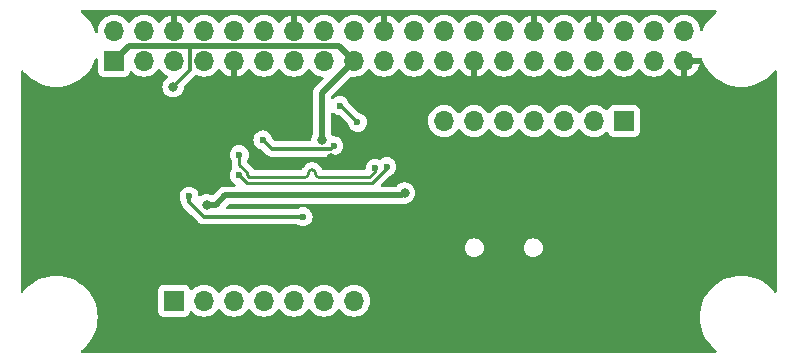
<source format=gbl>
G04 #@! TF.GenerationSoftware,KiCad,Pcbnew,7.0.7*
G04 #@! TF.CreationDate,2023-11-12T02:44:01+01:00*
G04 #@! TF.ProjectId,max3421e-rpi-uhat,6d617833-3432-4316-952d-7270692d7568,1*
G04 #@! TF.SameCoordinates,Original*
G04 #@! TF.FileFunction,Copper,L2,Bot*
G04 #@! TF.FilePolarity,Positive*
%FSLAX46Y46*%
G04 Gerber Fmt 4.6, Leading zero omitted, Abs format (unit mm)*
G04 Created by KiCad (PCBNEW 7.0.7) date 2023-11-12 02:44:01*
%MOMM*%
%LPD*%
G01*
G04 APERTURE LIST*
G04 #@! TA.AperFunction,ComponentPad*
%ADD10R,1.700000X1.700000*%
G04 #@! TD*
G04 #@! TA.AperFunction,ComponentPad*
%ADD11O,1.700000X1.700000*%
G04 #@! TD*
G04 #@! TA.AperFunction,ViaPad*
%ADD12C,0.800000*%
G04 #@! TD*
G04 #@! TA.AperFunction,ViaPad*
%ADD13C,0.600000*%
G04 #@! TD*
G04 #@! TA.AperFunction,Conductor*
%ADD14C,0.500000*%
G04 #@! TD*
G04 #@! TA.AperFunction,Conductor*
%ADD15C,0.300000*%
G04 #@! TD*
G04 #@! TA.AperFunction,Conductor*
%ADD16C,0.259900*%
G04 #@! TD*
G04 APERTURE END LIST*
D10*
X79980000Y-68110000D03*
D11*
X82520000Y-68110000D03*
X85060000Y-68110000D03*
X87600000Y-68110000D03*
X90140000Y-68110000D03*
X92680000Y-68110000D03*
X95220000Y-68110000D03*
D10*
X118080000Y-52880000D03*
D11*
X115540000Y-52880000D03*
X113000000Y-52880000D03*
X110460000Y-52880000D03*
X107920000Y-52880000D03*
X105380000Y-52880000D03*
X102840000Y-52880000D03*
D10*
X74900000Y-47790000D03*
D11*
X74900000Y-45250000D03*
X77440000Y-47790000D03*
X77440000Y-45250000D03*
X79980000Y-47790000D03*
X79980000Y-45250000D03*
X82520000Y-47790000D03*
X82520000Y-45250000D03*
X85060000Y-47790000D03*
X85060000Y-45250000D03*
X87600000Y-47790000D03*
X87600000Y-45250000D03*
X90140000Y-47790000D03*
X90140000Y-45250000D03*
X92680000Y-47790000D03*
X92680000Y-45250000D03*
X95220000Y-47790000D03*
X95220000Y-45250000D03*
X97760000Y-47790000D03*
X97760000Y-45250000D03*
X100300000Y-47790000D03*
X100300000Y-45250000D03*
X102840000Y-47790000D03*
X102840000Y-45250000D03*
X105380000Y-47790000D03*
X105380000Y-45250000D03*
X107920000Y-47790000D03*
X107920000Y-45250000D03*
X110460000Y-47790000D03*
X110460000Y-45250000D03*
X113000000Y-47790000D03*
X113000000Y-45250000D03*
X115540000Y-47790000D03*
X115540000Y-45250000D03*
X118080000Y-47790000D03*
X118080000Y-45250000D03*
X120620000Y-47790000D03*
X120620000Y-45250000D03*
X123160000Y-47790000D03*
X123160000Y-45250000D03*
D12*
X76600000Y-63600000D03*
X83500000Y-57500000D03*
X111500000Y-57000000D03*
X76600000Y-59400000D03*
X93300500Y-56000000D03*
X76600000Y-56900000D03*
X97500000Y-61250000D03*
X121500000Y-64500000D03*
X90750000Y-56500000D03*
X84600000Y-63800000D03*
X113000000Y-59750000D03*
X121500000Y-66500000D03*
X79500000Y-57750000D03*
X92500000Y-54500000D03*
X79900000Y-50000000D03*
X82750000Y-60000000D03*
X99500000Y-59000000D03*
D13*
X95500000Y-53000000D03*
X94000000Y-51599500D03*
X85500000Y-57500000D03*
X98000000Y-56756211D03*
X85500000Y-55750000D03*
X97004391Y-56899961D03*
X93500000Y-55000000D03*
X87500000Y-54500000D03*
X81250000Y-59250000D03*
X90900500Y-61000000D03*
D14*
X93970000Y-46540000D02*
X81300000Y-46540000D01*
D15*
X79900000Y-50000000D02*
X81300000Y-48600000D01*
D14*
X92500000Y-50510000D02*
X95220000Y-47790000D01*
X81300000Y-46540000D02*
X76150000Y-46540000D01*
D15*
X81300000Y-48600000D02*
X81300000Y-46540000D01*
D14*
X92500000Y-54500000D02*
X92500000Y-50510000D01*
X76150000Y-46540000D02*
X74900000Y-47790000D01*
X95220000Y-47790000D02*
X93970000Y-46540000D01*
X84300000Y-59200000D02*
X83500000Y-60000000D01*
X99300000Y-59200000D02*
X84300000Y-59200000D01*
X83500000Y-60000000D02*
X82750000Y-60000000D01*
X99500000Y-59000000D02*
X99300000Y-59200000D01*
D15*
X94000000Y-51599500D02*
X94099500Y-51599500D01*
X94099500Y-51599500D02*
X95500000Y-53000000D01*
D16*
X86129950Y-58129950D02*
X96709732Y-58129950D01*
X85500000Y-57500000D02*
X86129950Y-58129950D01*
X98000000Y-56839682D02*
X98000000Y-56756211D01*
X96709732Y-58129950D02*
X98000000Y-56839682D01*
X91950000Y-57370050D02*
X91950000Y-57321801D01*
X85500000Y-56609116D02*
X85500000Y-55750000D01*
X86129950Y-57239066D02*
X85500000Y-56609116D01*
X96519236Y-57670050D02*
X92250000Y-57670050D01*
X86129950Y-57479554D02*
X86129950Y-57239066D01*
X97004391Y-56899961D02*
X97004391Y-57184895D01*
X86320446Y-57670050D02*
X86129950Y-57479554D01*
X91050000Y-57670050D02*
X88000000Y-57670050D01*
X88000000Y-57670050D02*
X86320446Y-57670050D01*
X91350000Y-57321801D02*
X91350000Y-57370050D01*
X97004391Y-57184895D02*
X96519236Y-57670050D01*
X91650000Y-57021800D02*
G75*
G03*
X91350000Y-57321801I0J-300000D01*
G01*
X91949950Y-57370050D02*
G75*
G03*
X92250000Y-57670050I300050J50D01*
G01*
X91949999Y-57321801D02*
G75*
G03*
X91650000Y-57021801I-299999J1D01*
G01*
X91050000Y-57670000D02*
G75*
G03*
X91350000Y-57370050I0J300000D01*
G01*
D15*
X93250000Y-55250000D02*
X88250000Y-55250000D01*
X93500000Y-55000000D02*
X93250000Y-55250000D01*
X88250000Y-55250000D02*
X87500000Y-54500000D01*
X81250000Y-59750000D02*
X82500000Y-61000000D01*
X81250000Y-59250000D02*
X81250000Y-59750000D01*
X82500000Y-61000000D02*
X90900500Y-61000000D01*
G04 #@! TA.AperFunction,Conductor*
G36*
X124652725Y-47561433D02*
G01*
X124679774Y-47603630D01*
X124802592Y-47923581D01*
X124968913Y-48250004D01*
X125168435Y-48557241D01*
X125168437Y-48557243D01*
X125168440Y-48557247D01*
X125168441Y-48557248D01*
X125398993Y-48841957D01*
X125658043Y-49101007D01*
X125937261Y-49327112D01*
X125942756Y-49331562D01*
X125942758Y-49331564D01*
X126249995Y-49531086D01*
X126250000Y-49531089D01*
X126576422Y-49697409D01*
X126918441Y-49828698D01*
X127272309Y-49923517D01*
X127634150Y-49980827D01*
X127979765Y-49998939D01*
X127999999Y-50000000D01*
X128000000Y-50000000D01*
X128000001Y-50000000D01*
X128019174Y-49998995D01*
X128365850Y-49980827D01*
X128727691Y-49923517D01*
X129081559Y-49828698D01*
X129423578Y-49697409D01*
X129750000Y-49531089D01*
X129894337Y-49437354D01*
X130057241Y-49331564D01*
X130057243Y-49331562D01*
X130057248Y-49331559D01*
X130341957Y-49101007D01*
X130601007Y-48841957D01*
X130710642Y-48706569D01*
X130779134Y-48621988D01*
X130836621Y-48582276D01*
X130906451Y-48579948D01*
X130966455Y-48615743D01*
X130997582Y-48678296D01*
X130999500Y-48700023D01*
X130999500Y-67299976D01*
X130979815Y-67367015D01*
X130927011Y-67412770D01*
X130857853Y-67422714D01*
X130794297Y-67393689D01*
X130779134Y-67378012D01*
X130601010Y-67158047D01*
X130601007Y-67158043D01*
X130341957Y-66898993D01*
X130057248Y-66668441D01*
X130057247Y-66668440D01*
X130057243Y-66668437D01*
X130057241Y-66668435D01*
X129750004Y-66468913D01*
X129423581Y-66302592D01*
X129081566Y-66171304D01*
X129081559Y-66171302D01*
X128727691Y-66076483D01*
X128727687Y-66076482D01*
X128727686Y-66076482D01*
X128365851Y-66019173D01*
X128000001Y-66000000D01*
X127999999Y-66000000D01*
X127634148Y-66019173D01*
X127272314Y-66076482D01*
X127272312Y-66076482D01*
X126918433Y-66171304D01*
X126576418Y-66302592D01*
X126249995Y-66468913D01*
X125942758Y-66668435D01*
X125942756Y-66668437D01*
X125658047Y-66898989D01*
X125658039Y-66898996D01*
X125398996Y-67158039D01*
X125398989Y-67158047D01*
X125168437Y-67442756D01*
X125168435Y-67442758D01*
X124968913Y-67749995D01*
X124802592Y-68076418D01*
X124671304Y-68418433D01*
X124576482Y-68772312D01*
X124576482Y-68772314D01*
X124519173Y-69134148D01*
X124500000Y-69499999D01*
X124500000Y-69500000D01*
X124519173Y-69865851D01*
X124576482Y-70227685D01*
X124576482Y-70227687D01*
X124671304Y-70581566D01*
X124802592Y-70923581D01*
X124968913Y-71250004D01*
X125168435Y-71557241D01*
X125168437Y-71557243D01*
X125168440Y-71557247D01*
X125168441Y-71557248D01*
X125398993Y-71841957D01*
X125658043Y-72101007D01*
X125658047Y-72101010D01*
X125878012Y-72279134D01*
X125917723Y-72336621D01*
X125920051Y-72406452D01*
X125884256Y-72466456D01*
X125821702Y-72497582D01*
X125799976Y-72499500D01*
X72200024Y-72499500D01*
X72132985Y-72479815D01*
X72087230Y-72427011D01*
X72077286Y-72357853D01*
X72106311Y-72294297D01*
X72121988Y-72279134D01*
X72162371Y-72246432D01*
X72341957Y-72101007D01*
X72601007Y-71841957D01*
X72831559Y-71557248D01*
X72869736Y-71498462D01*
X73031086Y-71250004D01*
X73031089Y-71250000D01*
X73197409Y-70923578D01*
X73328698Y-70581559D01*
X73423517Y-70227691D01*
X73480827Y-69865850D01*
X73500000Y-69500000D01*
X73480827Y-69134150D01*
X73460826Y-69007870D01*
X78629500Y-69007870D01*
X78629501Y-69007876D01*
X78635908Y-69067483D01*
X78686202Y-69202328D01*
X78686206Y-69202335D01*
X78772452Y-69317544D01*
X78772455Y-69317547D01*
X78887664Y-69403793D01*
X78887671Y-69403797D01*
X79022517Y-69454091D01*
X79022516Y-69454091D01*
X79029444Y-69454835D01*
X79082127Y-69460500D01*
X80877872Y-69460499D01*
X80937483Y-69454091D01*
X81072331Y-69403796D01*
X81187546Y-69317546D01*
X81273796Y-69202331D01*
X81322810Y-69070916D01*
X81364681Y-69014984D01*
X81430145Y-68990566D01*
X81498418Y-69005417D01*
X81526672Y-69026569D01*
X81648599Y-69148495D01*
X81745384Y-69216265D01*
X81842165Y-69284032D01*
X81842167Y-69284033D01*
X81842170Y-69284035D01*
X82056337Y-69383903D01*
X82284592Y-69445063D01*
X82461034Y-69460500D01*
X82519999Y-69465659D01*
X82520000Y-69465659D01*
X82520001Y-69465659D01*
X82578966Y-69460500D01*
X82755408Y-69445063D01*
X82983663Y-69383903D01*
X83197830Y-69284035D01*
X83391401Y-69148495D01*
X83558495Y-68981401D01*
X83688426Y-68795840D01*
X83743001Y-68752217D01*
X83812499Y-68745023D01*
X83874854Y-68776546D01*
X83891574Y-68795841D01*
X84021505Y-68981401D01*
X84188599Y-69148495D01*
X84285384Y-69216264D01*
X84382165Y-69284032D01*
X84382167Y-69284033D01*
X84382170Y-69284035D01*
X84596337Y-69383903D01*
X84824592Y-69445063D01*
X85001034Y-69460500D01*
X85059999Y-69465659D01*
X85060000Y-69465659D01*
X85060001Y-69465659D01*
X85118966Y-69460500D01*
X85295408Y-69445063D01*
X85523663Y-69383903D01*
X85737830Y-69284035D01*
X85931401Y-69148495D01*
X86098495Y-68981401D01*
X86228426Y-68795840D01*
X86283001Y-68752217D01*
X86352499Y-68745023D01*
X86414854Y-68776546D01*
X86431574Y-68795841D01*
X86561505Y-68981401D01*
X86728599Y-69148495D01*
X86825384Y-69216264D01*
X86922165Y-69284032D01*
X86922167Y-69284033D01*
X86922170Y-69284035D01*
X87136337Y-69383903D01*
X87364592Y-69445063D01*
X87541034Y-69460500D01*
X87599999Y-69465659D01*
X87600000Y-69465659D01*
X87600001Y-69465659D01*
X87658966Y-69460500D01*
X87835408Y-69445063D01*
X88063663Y-69383903D01*
X88277830Y-69284035D01*
X88471401Y-69148495D01*
X88638495Y-68981401D01*
X88768426Y-68795840D01*
X88823001Y-68752217D01*
X88892499Y-68745023D01*
X88954854Y-68776546D01*
X88971574Y-68795841D01*
X89101505Y-68981401D01*
X89268599Y-69148495D01*
X89365384Y-69216264D01*
X89462165Y-69284032D01*
X89462167Y-69284033D01*
X89462170Y-69284035D01*
X89676337Y-69383903D01*
X89904592Y-69445063D01*
X90081034Y-69460500D01*
X90139999Y-69465659D01*
X90140000Y-69465659D01*
X90140001Y-69465659D01*
X90198966Y-69460500D01*
X90375408Y-69445063D01*
X90603663Y-69383903D01*
X90817830Y-69284035D01*
X91011401Y-69148495D01*
X91178495Y-68981401D01*
X91308426Y-68795840D01*
X91363001Y-68752217D01*
X91432499Y-68745023D01*
X91494854Y-68776546D01*
X91511574Y-68795841D01*
X91641505Y-68981401D01*
X91808599Y-69148495D01*
X91905384Y-69216265D01*
X92002165Y-69284032D01*
X92002167Y-69284033D01*
X92002170Y-69284035D01*
X92216337Y-69383903D01*
X92444592Y-69445063D01*
X92621034Y-69460500D01*
X92679999Y-69465659D01*
X92680000Y-69465659D01*
X92680001Y-69465659D01*
X92738966Y-69460500D01*
X92915408Y-69445063D01*
X93143663Y-69383903D01*
X93357830Y-69284035D01*
X93551401Y-69148495D01*
X93718495Y-68981401D01*
X93848426Y-68795840D01*
X93903001Y-68752217D01*
X93972499Y-68745023D01*
X94034854Y-68776546D01*
X94051574Y-68795841D01*
X94181505Y-68981401D01*
X94348599Y-69148495D01*
X94445384Y-69216265D01*
X94542165Y-69284032D01*
X94542167Y-69284033D01*
X94542170Y-69284035D01*
X94756337Y-69383903D01*
X94984592Y-69445063D01*
X95161034Y-69460500D01*
X95219999Y-69465659D01*
X95220000Y-69465659D01*
X95220001Y-69465659D01*
X95278966Y-69460500D01*
X95455408Y-69445063D01*
X95683663Y-69383903D01*
X95897830Y-69284035D01*
X96091401Y-69148495D01*
X96258495Y-68981401D01*
X96394035Y-68787830D01*
X96493903Y-68573663D01*
X96555063Y-68345408D01*
X96575659Y-68110000D01*
X96555063Y-67874592D01*
X96493903Y-67646337D01*
X96394035Y-67432171D01*
X96388425Y-67424158D01*
X96258494Y-67238597D01*
X96091402Y-67071506D01*
X96091395Y-67071501D01*
X95897834Y-66935967D01*
X95897830Y-66935965D01*
X95897829Y-66935964D01*
X95683663Y-66836097D01*
X95683659Y-66836096D01*
X95683655Y-66836094D01*
X95455413Y-66774938D01*
X95455403Y-66774936D01*
X95220001Y-66754341D01*
X95219999Y-66754341D01*
X94984596Y-66774936D01*
X94984586Y-66774938D01*
X94756344Y-66836094D01*
X94756335Y-66836098D01*
X94542171Y-66935964D01*
X94542169Y-66935965D01*
X94348597Y-67071505D01*
X94181505Y-67238597D01*
X94051575Y-67424158D01*
X93996998Y-67467783D01*
X93927500Y-67474977D01*
X93865145Y-67443454D01*
X93848425Y-67424158D01*
X93718494Y-67238597D01*
X93551402Y-67071506D01*
X93551395Y-67071501D01*
X93357834Y-66935967D01*
X93357830Y-66935965D01*
X93357830Y-66935964D01*
X93143663Y-66836097D01*
X93143659Y-66836096D01*
X93143655Y-66836094D01*
X92915413Y-66774938D01*
X92915403Y-66774936D01*
X92680001Y-66754341D01*
X92679999Y-66754341D01*
X92444596Y-66774936D01*
X92444586Y-66774938D01*
X92216344Y-66836094D01*
X92216335Y-66836098D01*
X92002171Y-66935964D01*
X92002169Y-66935965D01*
X91808597Y-67071505D01*
X91641505Y-67238597D01*
X91511575Y-67424158D01*
X91456998Y-67467783D01*
X91387500Y-67474977D01*
X91325145Y-67443454D01*
X91308425Y-67424158D01*
X91178494Y-67238597D01*
X91011402Y-67071506D01*
X91011395Y-67071501D01*
X90817834Y-66935967D01*
X90817830Y-66935965D01*
X90817829Y-66935964D01*
X90603663Y-66836097D01*
X90603659Y-66836096D01*
X90603655Y-66836094D01*
X90375413Y-66774938D01*
X90375403Y-66774936D01*
X90140001Y-66754341D01*
X90139999Y-66754341D01*
X89904596Y-66774936D01*
X89904586Y-66774938D01*
X89676344Y-66836094D01*
X89676335Y-66836098D01*
X89462171Y-66935964D01*
X89462169Y-66935965D01*
X89268597Y-67071505D01*
X89101505Y-67238597D01*
X88971575Y-67424158D01*
X88916998Y-67467783D01*
X88847500Y-67474977D01*
X88785145Y-67443454D01*
X88768425Y-67424158D01*
X88638494Y-67238597D01*
X88471402Y-67071506D01*
X88471395Y-67071501D01*
X88277834Y-66935967D01*
X88277830Y-66935965D01*
X88277830Y-66935964D01*
X88063663Y-66836097D01*
X88063659Y-66836096D01*
X88063655Y-66836094D01*
X87835413Y-66774938D01*
X87835403Y-66774936D01*
X87600001Y-66754341D01*
X87599999Y-66754341D01*
X87364596Y-66774936D01*
X87364586Y-66774938D01*
X87136344Y-66836094D01*
X87136335Y-66836098D01*
X86922171Y-66935964D01*
X86922169Y-66935965D01*
X86728597Y-67071505D01*
X86561505Y-67238597D01*
X86431575Y-67424158D01*
X86376998Y-67467783D01*
X86307500Y-67474977D01*
X86245145Y-67443454D01*
X86228425Y-67424158D01*
X86098494Y-67238597D01*
X85931402Y-67071506D01*
X85931395Y-67071501D01*
X85737834Y-66935967D01*
X85737830Y-66935965D01*
X85737828Y-66935964D01*
X85523663Y-66836097D01*
X85523659Y-66836096D01*
X85523655Y-66836094D01*
X85295413Y-66774938D01*
X85295403Y-66774936D01*
X85060001Y-66754341D01*
X85059999Y-66754341D01*
X84824596Y-66774936D01*
X84824586Y-66774938D01*
X84596344Y-66836094D01*
X84596335Y-66836098D01*
X84382171Y-66935964D01*
X84382169Y-66935965D01*
X84188597Y-67071505D01*
X84021505Y-67238597D01*
X83891575Y-67424158D01*
X83836998Y-67467783D01*
X83767500Y-67474977D01*
X83705145Y-67443454D01*
X83688425Y-67424158D01*
X83558494Y-67238597D01*
X83391402Y-67071506D01*
X83391395Y-67071501D01*
X83197834Y-66935967D01*
X83197830Y-66935965D01*
X83197828Y-66935964D01*
X82983663Y-66836097D01*
X82983659Y-66836096D01*
X82983655Y-66836094D01*
X82755413Y-66774938D01*
X82755403Y-66774936D01*
X82520001Y-66754341D01*
X82519999Y-66754341D01*
X82284596Y-66774936D01*
X82284586Y-66774938D01*
X82056344Y-66836094D01*
X82056335Y-66836098D01*
X81842171Y-66935964D01*
X81842169Y-66935965D01*
X81648600Y-67071503D01*
X81526673Y-67193430D01*
X81465350Y-67226914D01*
X81395658Y-67221930D01*
X81339725Y-67180058D01*
X81322810Y-67149081D01*
X81273797Y-67017671D01*
X81273793Y-67017664D01*
X81187547Y-66902455D01*
X81187544Y-66902452D01*
X81072335Y-66816206D01*
X81072328Y-66816202D01*
X80937482Y-66765908D01*
X80937483Y-66765908D01*
X80877883Y-66759501D01*
X80877881Y-66759500D01*
X80877873Y-66759500D01*
X80877864Y-66759500D01*
X79082129Y-66759500D01*
X79082123Y-66759501D01*
X79022516Y-66765908D01*
X78887671Y-66816202D01*
X78887664Y-66816206D01*
X78772455Y-66902452D01*
X78772452Y-66902455D01*
X78686206Y-67017664D01*
X78686202Y-67017671D01*
X78635908Y-67152517D01*
X78629501Y-67212116D01*
X78629500Y-67212135D01*
X78629500Y-69007870D01*
X73460826Y-69007870D01*
X73423517Y-68772309D01*
X73328698Y-68418441D01*
X73197409Y-68076422D01*
X73031089Y-67750000D01*
X72963774Y-67646344D01*
X72831564Y-67442758D01*
X72831562Y-67442756D01*
X72822991Y-67432171D01*
X72601007Y-67158043D01*
X72341957Y-66898993D01*
X72057248Y-66668441D01*
X72057247Y-66668440D01*
X72057243Y-66668437D01*
X72057241Y-66668435D01*
X71750004Y-66468913D01*
X71423581Y-66302592D01*
X71081566Y-66171304D01*
X71081559Y-66171302D01*
X70727691Y-66076483D01*
X70727687Y-66076482D01*
X70727686Y-66076482D01*
X70365851Y-66019173D01*
X70000001Y-66000000D01*
X69999999Y-66000000D01*
X69634148Y-66019173D01*
X69272314Y-66076482D01*
X69272312Y-66076482D01*
X68918433Y-66171304D01*
X68576418Y-66302592D01*
X68249995Y-66468913D01*
X67942758Y-66668435D01*
X67942756Y-66668437D01*
X67658047Y-66898989D01*
X67658039Y-66898996D01*
X67398996Y-67158039D01*
X67398989Y-67158047D01*
X67220865Y-67378013D01*
X67163378Y-67417724D01*
X67093547Y-67420052D01*
X67033543Y-67384257D01*
X67002417Y-67321703D01*
X67000499Y-67299977D01*
X67000499Y-63637503D01*
X104594435Y-63637503D01*
X104614630Y-63816749D01*
X104614631Y-63816754D01*
X104674211Y-63987023D01*
X104770183Y-64139762D01*
X104770184Y-64139762D01*
X104897738Y-64267316D01*
X105050478Y-64363289D01*
X105220745Y-64422867D01*
X105220745Y-64422868D01*
X105220750Y-64422869D01*
X105311246Y-64433065D01*
X105355040Y-64437999D01*
X105355043Y-64438000D01*
X105355046Y-64438000D01*
X105444957Y-64438000D01*
X105444958Y-64437999D01*
X105512104Y-64430434D01*
X105579249Y-64422869D01*
X105579252Y-64422868D01*
X105579255Y-64422868D01*
X105749522Y-64363289D01*
X105902262Y-64267316D01*
X106029816Y-64139762D01*
X106125789Y-63987022D01*
X106185368Y-63816755D01*
X106205565Y-63637503D01*
X109594435Y-63637503D01*
X109614630Y-63816749D01*
X109614631Y-63816754D01*
X109674211Y-63987023D01*
X109770184Y-64139762D01*
X109897738Y-64267316D01*
X110050478Y-64363289D01*
X110220744Y-64422867D01*
X110220745Y-64422868D01*
X110220750Y-64422869D01*
X110311246Y-64433065D01*
X110355040Y-64437999D01*
X110355043Y-64438000D01*
X110355046Y-64438000D01*
X110444957Y-64438000D01*
X110444958Y-64437999D01*
X110512104Y-64430434D01*
X110579249Y-64422869D01*
X110579252Y-64422868D01*
X110579255Y-64422868D01*
X110749522Y-64363289D01*
X110902262Y-64267316D01*
X111029816Y-64139762D01*
X111125789Y-63987022D01*
X111185368Y-63816755D01*
X111205565Y-63637500D01*
X111185368Y-63458245D01*
X111125789Y-63287978D01*
X111029816Y-63135238D01*
X110902262Y-63007684D01*
X110902261Y-63007684D01*
X110749523Y-62911711D01*
X110579254Y-62852131D01*
X110579249Y-62852130D01*
X110444960Y-62837000D01*
X110444954Y-62837000D01*
X110355046Y-62837000D01*
X110355039Y-62837000D01*
X110220750Y-62852130D01*
X110220745Y-62852131D01*
X110050476Y-62911711D01*
X109897737Y-63007684D01*
X109770184Y-63135237D01*
X109674211Y-63287976D01*
X109614631Y-63458245D01*
X109614630Y-63458250D01*
X109594435Y-63637496D01*
X109594435Y-63637503D01*
X106205565Y-63637503D01*
X106205565Y-63637500D01*
X106185368Y-63458245D01*
X106125789Y-63287978D01*
X106029816Y-63135238D01*
X105902262Y-63007684D01*
X105902261Y-63007683D01*
X105749523Y-62911711D01*
X105579254Y-62852131D01*
X105579249Y-62852130D01*
X105444960Y-62837000D01*
X105444954Y-62837000D01*
X105355046Y-62837000D01*
X105355039Y-62837000D01*
X105220750Y-62852130D01*
X105220745Y-62852131D01*
X105050476Y-62911711D01*
X104897737Y-63007684D01*
X104770184Y-63135237D01*
X104674211Y-63287976D01*
X104614631Y-63458245D01*
X104614630Y-63458250D01*
X104594435Y-63637496D01*
X104594435Y-63637503D01*
X67000499Y-63637503D01*
X67000499Y-59250003D01*
X80444435Y-59250003D01*
X80464630Y-59429249D01*
X80464631Y-59429254D01*
X80524211Y-59599523D01*
X80580259Y-59688722D01*
X80599203Y-59750788D01*
X80599500Y-59760198D01*
X80599500Y-59790920D01*
X80599501Y-59790940D01*
X80600418Y-59798206D01*
X80600876Y-59804024D01*
X80602402Y-59852567D01*
X80602403Y-59852570D01*
X80608323Y-59872948D01*
X80612268Y-59891996D01*
X80614928Y-59913054D01*
X80614931Y-59913064D01*
X80632813Y-59958230D01*
X80634705Y-59963758D01*
X80648254Y-60010395D01*
X80648255Y-60010397D01*
X80659060Y-60028666D01*
X80667617Y-60046134D01*
X80673226Y-60060300D01*
X80675432Y-60065872D01*
X80703983Y-60105170D01*
X80707188Y-60110049D01*
X80731919Y-60151865D01*
X80731923Y-60151869D01*
X80746925Y-60166871D01*
X80759563Y-60181669D01*
X80772033Y-60198833D01*
X80772036Y-60198836D01*
X80772037Y-60198837D01*
X80809476Y-60229809D01*
X80813776Y-60233722D01*
X81400799Y-60820745D01*
X81979564Y-61399510D01*
X81989635Y-61412080D01*
X81989822Y-61411926D01*
X81994796Y-61417937D01*
X81994798Y-61417940D01*
X82023345Y-61444748D01*
X82047243Y-61467190D01*
X82068967Y-61488913D01*
X82074757Y-61493405D01*
X82079197Y-61497197D01*
X82108498Y-61524711D01*
X82114607Y-61530448D01*
X82114610Y-61530450D01*
X82114612Y-61530451D01*
X82133207Y-61540674D01*
X82149468Y-61551356D01*
X82166232Y-61564359D01*
X82166236Y-61564362D01*
X82210811Y-61583651D01*
X82216050Y-61586217D01*
X82258632Y-61609627D01*
X82279204Y-61614908D01*
X82297594Y-61621205D01*
X82317074Y-61629635D01*
X82361221Y-61636626D01*
X82365048Y-61637233D01*
X82370757Y-61638415D01*
X82417823Y-61650500D01*
X82439045Y-61650500D01*
X82458444Y-61652026D01*
X82479405Y-61655347D01*
X82524104Y-61651121D01*
X82527770Y-61650775D01*
X82533608Y-61650500D01*
X90395432Y-61650500D01*
X90461404Y-61669506D01*
X90550977Y-61725789D01*
X90550981Y-61725790D01*
X90721237Y-61785366D01*
X90721243Y-61785367D01*
X90721245Y-61785368D01*
X90721246Y-61785368D01*
X90721250Y-61785369D01*
X90900496Y-61805565D01*
X90900500Y-61805565D01*
X90900504Y-61805565D01*
X91079749Y-61785369D01*
X91079752Y-61785368D01*
X91079755Y-61785368D01*
X91250022Y-61725789D01*
X91402762Y-61629816D01*
X91530316Y-61502262D01*
X91626289Y-61349522D01*
X91685868Y-61179255D01*
X91706065Y-61000000D01*
X91685868Y-60820745D01*
X91626289Y-60650478D01*
X91530316Y-60497738D01*
X91402762Y-60370184D01*
X91339596Y-60330494D01*
X91250023Y-60274211D01*
X91079754Y-60214631D01*
X91079749Y-60214630D01*
X90929660Y-60197720D01*
X90903133Y-60186573D01*
X90892392Y-60193477D01*
X90871340Y-60197720D01*
X90721250Y-60214630D01*
X90721237Y-60214633D01*
X90550981Y-60274209D01*
X90550977Y-60274210D01*
X90461404Y-60330494D01*
X90395432Y-60349500D01*
X84511230Y-60349500D01*
X84444191Y-60329815D01*
X84398436Y-60277011D01*
X84388492Y-60207853D01*
X84417517Y-60144297D01*
X84423549Y-60137819D01*
X84574549Y-59986819D01*
X84635872Y-59953334D01*
X84662230Y-59950500D01*
X90857457Y-59950500D01*
X90900398Y-59963109D01*
X90922149Y-59952360D01*
X90943543Y-59950500D01*
X99236295Y-59950500D01*
X99254265Y-59951809D01*
X99278023Y-59955289D01*
X99330068Y-59950735D01*
X99335470Y-59950500D01*
X99343704Y-59950500D01*
X99343709Y-59950500D01*
X99355327Y-59949141D01*
X99376276Y-59946693D01*
X99389028Y-59945577D01*
X99452797Y-59939999D01*
X99452805Y-59939996D01*
X99459866Y-59938539D01*
X99459878Y-59938598D01*
X99467243Y-59936965D01*
X99467229Y-59936906D01*
X99474251Y-59935241D01*
X99474255Y-59935241D01*
X99546423Y-59908974D01*
X99553006Y-59906792D01*
X99592006Y-59900500D01*
X99594644Y-59900500D01*
X99594646Y-59900500D01*
X99779803Y-59861144D01*
X99952730Y-59784151D01*
X100105871Y-59672888D01*
X100232533Y-59532216D01*
X100327179Y-59368284D01*
X100385674Y-59188256D01*
X100405460Y-59000000D01*
X100385674Y-58811744D01*
X100327179Y-58631716D01*
X100232533Y-58467784D01*
X100105871Y-58327112D01*
X100105870Y-58327111D01*
X99952734Y-58215851D01*
X99952729Y-58215848D01*
X99779807Y-58138857D01*
X99779802Y-58138855D01*
X99634000Y-58107865D01*
X99594646Y-58099500D01*
X99405354Y-58099500D01*
X99372897Y-58106398D01*
X99220197Y-58138855D01*
X99220192Y-58138857D01*
X99047270Y-58215848D01*
X99047265Y-58215851D01*
X98894129Y-58327111D01*
X98820872Y-58408472D01*
X98761385Y-58445121D01*
X98728722Y-58449500D01*
X97581135Y-58449500D01*
X97514096Y-58429815D01*
X97468341Y-58377011D01*
X97458397Y-58307853D01*
X97487422Y-58244297D01*
X97493454Y-58237819D01*
X97631773Y-58099500D01*
X98175300Y-57555971D01*
X98222022Y-57526613D01*
X98349522Y-57482000D01*
X98502262Y-57386027D01*
X98629816Y-57258473D01*
X98725789Y-57105733D01*
X98785368Y-56935466D01*
X98785654Y-56932930D01*
X98805565Y-56756214D01*
X98805565Y-56756207D01*
X98785369Y-56576961D01*
X98785368Y-56576956D01*
X98725788Y-56406687D01*
X98650568Y-56286976D01*
X98629816Y-56253949D01*
X98502262Y-56126395D01*
X98451336Y-56094396D01*
X98349523Y-56030422D01*
X98179254Y-55970842D01*
X98179249Y-55970841D01*
X98000004Y-55950646D01*
X97999996Y-55950646D01*
X97820750Y-55970841D01*
X97820745Y-55970842D01*
X97650476Y-56030422D01*
X97497734Y-56126397D01*
X97480155Y-56143976D01*
X97418831Y-56177460D01*
X97351521Y-56173335D01*
X97183645Y-56114592D01*
X97183640Y-56114591D01*
X97004395Y-56094396D01*
X97004387Y-56094396D01*
X96825141Y-56114591D01*
X96825136Y-56114592D01*
X96654867Y-56174172D01*
X96502128Y-56270145D01*
X96374575Y-56397698D01*
X96278602Y-56550437D01*
X96219022Y-56720706D01*
X96219021Y-56720711D01*
X96198826Y-56899955D01*
X96198826Y-56899957D01*
X96198826Y-56899961D01*
X96199023Y-56901713D01*
X96198826Y-56902840D01*
X96198826Y-56906924D01*
X96198111Y-56906924D01*
X96186972Y-56970533D01*
X96139626Y-57021914D01*
X96075804Y-57039600D01*
X92624276Y-57039600D01*
X92557237Y-57019915D01*
X92511482Y-56967111D01*
X92507759Y-56958023D01*
X92496495Y-56927075D01*
X92415092Y-56786079D01*
X92415089Y-56786076D01*
X92415089Y-56786075D01*
X92350018Y-56708527D01*
X92310441Y-56661361D01*
X92185723Y-56556710D01*
X92185718Y-56556707D01*
X92185716Y-56556705D01*
X92044732Y-56475308D01*
X92044730Y-56475307D01*
X92044728Y-56475306D01*
X92013882Y-56464079D01*
X91891740Y-56419623D01*
X91731404Y-56391351D01*
X91701363Y-56391351D01*
X91701360Y-56391350D01*
X91650000Y-56391350D01*
X91568596Y-56391350D01*
X91568595Y-56391350D01*
X91408260Y-56419622D01*
X91255274Y-56475304D01*
X91255267Y-56475307D01*
X91114279Y-56556707D01*
X91114273Y-56556711D01*
X90989559Y-56661359D01*
X90989551Y-56661367D01*
X90884909Y-56786076D01*
X90803506Y-56927071D01*
X90803505Y-56927072D01*
X90803503Y-56927075D01*
X90803504Y-56927075D01*
X90792243Y-56958012D01*
X90750818Y-57014275D01*
X90685550Y-57039210D01*
X90675723Y-57039600D01*
X86815165Y-57039600D01*
X86748126Y-57019915D01*
X86708437Y-56978727D01*
X86702831Y-56969249D01*
X86694273Y-56951783D01*
X86686809Y-56932930D01*
X86662855Y-56899961D01*
X86659189Y-56894915D01*
X86655980Y-56890029D01*
X86632064Y-56849590D01*
X86632058Y-56849582D01*
X86617734Y-56835259D01*
X86605099Y-56820467D01*
X86593181Y-56804063D01*
X86593178Y-56804061D01*
X86593178Y-56804060D01*
X86593177Y-56804059D01*
X86556973Y-56774109D01*
X86552661Y-56770186D01*
X86308295Y-56525820D01*
X86166769Y-56384293D01*
X86133284Y-56322970D01*
X86130450Y-56296612D01*
X86130450Y-56286976D01*
X86149457Y-56221003D01*
X86225788Y-56099524D01*
X86225789Y-56099522D01*
X86285368Y-55929255D01*
X86288062Y-55905345D01*
X86305565Y-55750003D01*
X86305565Y-55749996D01*
X86285369Y-55570750D01*
X86285368Y-55570745D01*
X86225788Y-55400476D01*
X86153972Y-55286182D01*
X86129816Y-55247738D01*
X86002262Y-55120184D01*
X85849523Y-55024211D01*
X85679254Y-54964631D01*
X85679249Y-54964630D01*
X85500004Y-54944435D01*
X85499996Y-54944435D01*
X85320750Y-54964630D01*
X85320745Y-54964631D01*
X85150476Y-55024211D01*
X84997737Y-55120184D01*
X84870184Y-55247737D01*
X84774211Y-55400476D01*
X84714631Y-55570745D01*
X84714630Y-55570750D01*
X84694435Y-55749996D01*
X84694435Y-55750003D01*
X84714630Y-55929249D01*
X84714631Y-55929254D01*
X84774211Y-56099524D01*
X84850543Y-56221003D01*
X84869550Y-56286976D01*
X84869550Y-56525820D01*
X84867816Y-56541518D01*
X84868093Y-56541545D01*
X84867358Y-56549311D01*
X84869550Y-56619037D01*
X84869550Y-56648793D01*
X84870427Y-56655725D01*
X84870885Y-56661550D01*
X84872361Y-56708521D01*
X84872362Y-56708527D01*
X84878016Y-56727988D01*
X84881961Y-56747032D01*
X84884502Y-56767146D01*
X84884505Y-56767156D01*
X84901799Y-56810836D01*
X84903691Y-56816363D01*
X84916520Y-56860516D01*
X84916322Y-56930386D01*
X84885127Y-56982793D01*
X84870186Y-56997734D01*
X84774211Y-57150476D01*
X84714631Y-57320745D01*
X84714630Y-57320750D01*
X84694435Y-57499996D01*
X84694435Y-57500003D01*
X84714630Y-57679249D01*
X84714631Y-57679254D01*
X84774211Y-57849523D01*
X84870183Y-58002262D01*
X84870184Y-58002262D01*
X84997738Y-58129816D01*
X85012127Y-58138857D01*
X85142070Y-58220506D01*
X85188361Y-58272841D01*
X85199009Y-58341895D01*
X85170634Y-58405743D01*
X85112244Y-58444115D01*
X85076098Y-58449500D01*
X84363705Y-58449500D01*
X84345735Y-58448191D01*
X84321972Y-58444710D01*
X84276533Y-58448686D01*
X84269931Y-58449264D01*
X84264530Y-58449500D01*
X84256289Y-58449500D01*
X84234579Y-58452037D01*
X84223724Y-58453306D01*
X84208419Y-58454645D01*
X84147199Y-58460001D01*
X84140132Y-58461460D01*
X84140120Y-58461404D01*
X84132763Y-58463035D01*
X84132777Y-58463092D01*
X84125743Y-58464759D01*
X84053575Y-58491025D01*
X83980675Y-58515181D01*
X83974126Y-58518236D01*
X83974101Y-58518183D01*
X83967308Y-58521471D01*
X83967334Y-58521523D01*
X83960880Y-58524764D01*
X83896708Y-58566971D01*
X83831347Y-58607285D01*
X83825683Y-58611765D01*
X83825647Y-58611719D01*
X83819798Y-58616484D01*
X83819835Y-58616528D01*
X83814310Y-58621164D01*
X83761598Y-58677034D01*
X83276866Y-59161764D01*
X83215543Y-59195249D01*
X83145851Y-59190265D01*
X83138749Y-59187362D01*
X83029807Y-59138857D01*
X83029802Y-59138855D01*
X82884000Y-59107865D01*
X82844646Y-59099500D01*
X82655354Y-59099500D01*
X82622897Y-59106398D01*
X82470197Y-59138855D01*
X82470192Y-59138857D01*
X82297270Y-59215848D01*
X82297266Y-59215851D01*
X82242561Y-59255596D01*
X82176754Y-59279075D01*
X82108701Y-59263249D01*
X82060007Y-59213142D01*
X82046457Y-59169160D01*
X82035369Y-59070750D01*
X82035368Y-59070745D01*
X81975788Y-58900476D01*
X81879815Y-58747737D01*
X81752262Y-58620184D01*
X81599523Y-58524211D01*
X81429254Y-58464631D01*
X81429249Y-58464630D01*
X81250004Y-58444435D01*
X81249996Y-58444435D01*
X81070750Y-58464630D01*
X81070745Y-58464631D01*
X80900476Y-58524211D01*
X80747737Y-58620184D01*
X80620184Y-58747737D01*
X80524211Y-58900476D01*
X80464631Y-59070745D01*
X80464630Y-59070750D01*
X80444435Y-59249996D01*
X80444435Y-59250003D01*
X67000499Y-59250003D01*
X67000499Y-48700022D01*
X67020184Y-48632983D01*
X67072988Y-48587228D01*
X67142146Y-48577284D01*
X67205702Y-48606309D01*
X67220865Y-48621987D01*
X67398981Y-48841943D01*
X67398989Y-48841952D01*
X67398993Y-48841957D01*
X67658043Y-49101007D01*
X67937261Y-49327112D01*
X67942756Y-49331562D01*
X67942758Y-49331564D01*
X68249995Y-49531086D01*
X68250000Y-49531089D01*
X68576422Y-49697409D01*
X68918441Y-49828698D01*
X69272309Y-49923517D01*
X69634150Y-49980827D01*
X69979765Y-49998939D01*
X69999999Y-50000000D01*
X70000000Y-50000000D01*
X70000001Y-50000000D01*
X70019173Y-49998995D01*
X70365850Y-49980827D01*
X70727691Y-49923517D01*
X71081559Y-49828698D01*
X71423578Y-49697409D01*
X71750000Y-49531089D01*
X71894337Y-49437354D01*
X72057241Y-49331564D01*
X72057243Y-49331562D01*
X72057248Y-49331559D01*
X72341957Y-49101007D01*
X72601007Y-48841957D01*
X72831559Y-48557248D01*
X72912756Y-48432217D01*
X72999500Y-48298642D01*
X73031089Y-48250000D01*
X73197409Y-47923578D01*
X73309737Y-47630953D01*
X73352138Y-47575423D01*
X73417832Y-47551630D01*
X73485960Y-47567131D01*
X73534893Y-47617005D01*
X73549500Y-47675393D01*
X73549500Y-48687870D01*
X73549501Y-48687876D01*
X73555908Y-48747483D01*
X73606202Y-48882328D01*
X73606206Y-48882335D01*
X73692452Y-48997544D01*
X73692455Y-48997547D01*
X73807664Y-49083793D01*
X73807671Y-49083797D01*
X73942517Y-49134091D01*
X73942516Y-49134091D01*
X73949444Y-49134835D01*
X74002127Y-49140500D01*
X75797872Y-49140499D01*
X75857483Y-49134091D01*
X75992331Y-49083796D01*
X76107546Y-48997546D01*
X76193796Y-48882331D01*
X76242810Y-48750916D01*
X76284681Y-48694984D01*
X76350145Y-48670566D01*
X76418418Y-48685417D01*
X76446672Y-48706569D01*
X76568599Y-48828495D01*
X76665384Y-48896265D01*
X76762165Y-48964032D01*
X76762167Y-48964033D01*
X76762170Y-48964035D01*
X76976337Y-49063903D01*
X77204592Y-49125063D01*
X77381034Y-49140500D01*
X77439999Y-49145659D01*
X77440000Y-49145659D01*
X77440001Y-49145659D01*
X77498966Y-49140500D01*
X77675408Y-49125063D01*
X77903663Y-49063903D01*
X78117830Y-48964035D01*
X78311401Y-48828495D01*
X78478495Y-48661401D01*
X78608426Y-48475840D01*
X78663001Y-48432217D01*
X78732499Y-48425023D01*
X78794854Y-48456546D01*
X78811574Y-48475841D01*
X78941505Y-48661401D01*
X79108599Y-48828495D01*
X79205384Y-48896264D01*
X79302165Y-48964032D01*
X79302167Y-48964033D01*
X79302170Y-48964035D01*
X79410864Y-49014720D01*
X79463302Y-49060891D01*
X79482454Y-49128085D01*
X79462238Y-49194966D01*
X79431344Y-49227419D01*
X79294127Y-49327113D01*
X79167466Y-49467785D01*
X79072821Y-49631715D01*
X79072818Y-49631722D01*
X79014327Y-49811740D01*
X79014326Y-49811744D01*
X78994540Y-50000000D01*
X79014326Y-50188256D01*
X79014327Y-50188259D01*
X79072818Y-50368277D01*
X79072821Y-50368284D01*
X79167467Y-50532216D01*
X79294128Y-50672887D01*
X79294129Y-50672888D01*
X79447265Y-50784148D01*
X79447270Y-50784151D01*
X79620192Y-50861142D01*
X79620197Y-50861144D01*
X79805354Y-50900500D01*
X79805355Y-50900500D01*
X79994644Y-50900500D01*
X79994646Y-50900500D01*
X80179803Y-50861144D01*
X80352730Y-50784151D01*
X80505871Y-50672888D01*
X80632533Y-50532216D01*
X80727179Y-50368284D01*
X80785674Y-50188256D01*
X80799168Y-50059855D01*
X80825752Y-49995242D01*
X80834799Y-49985145D01*
X81699513Y-49120431D01*
X81712079Y-49110365D01*
X81711925Y-49110178D01*
X81717937Y-49105204D01*
X81717937Y-49105203D01*
X81717940Y-49105202D01*
X81767190Y-49052755D01*
X81788911Y-49031035D01*
X81788914Y-49031030D01*
X81790145Y-49029800D01*
X81851468Y-48996315D01*
X81921160Y-49001299D01*
X81930230Y-49005099D01*
X82056330Y-49063900D01*
X82056332Y-49063900D01*
X82056337Y-49063903D01*
X82284592Y-49125063D01*
X82461034Y-49140500D01*
X82519999Y-49145659D01*
X82520000Y-49145659D01*
X82520001Y-49145659D01*
X82578966Y-49140500D01*
X82755408Y-49125063D01*
X82983663Y-49063903D01*
X83197830Y-48964035D01*
X83391401Y-48828495D01*
X83558495Y-48661401D01*
X83688730Y-48475405D01*
X83743307Y-48431781D01*
X83812805Y-48424587D01*
X83875160Y-48456110D01*
X83891879Y-48475405D01*
X84021890Y-48661078D01*
X84188917Y-48828105D01*
X84382421Y-48963600D01*
X84596507Y-49063429D01*
X84596516Y-49063433D01*
X84810000Y-49120634D01*
X84810000Y-48402301D01*
X84829685Y-48335262D01*
X84882489Y-48289507D01*
X84951647Y-48279563D01*
X85024237Y-48290000D01*
X85024238Y-48290000D01*
X85095762Y-48290000D01*
X85095763Y-48290000D01*
X85168353Y-48279563D01*
X85237512Y-48289507D01*
X85290315Y-48335262D01*
X85310000Y-48402301D01*
X85310000Y-49120633D01*
X85523483Y-49063433D01*
X85523492Y-49063429D01*
X85737578Y-48963600D01*
X85931082Y-48828105D01*
X86098105Y-48661082D01*
X86228119Y-48475405D01*
X86282696Y-48431781D01*
X86352195Y-48424588D01*
X86414549Y-48456110D01*
X86431269Y-48475405D01*
X86561505Y-48661401D01*
X86728599Y-48828495D01*
X86825384Y-48896265D01*
X86922165Y-48964032D01*
X86922167Y-48964033D01*
X86922170Y-48964035D01*
X87136337Y-49063903D01*
X87364592Y-49125063D01*
X87541034Y-49140500D01*
X87599999Y-49145659D01*
X87600000Y-49145659D01*
X87600001Y-49145659D01*
X87658966Y-49140500D01*
X87835408Y-49125063D01*
X88063663Y-49063903D01*
X88277830Y-48964035D01*
X88471401Y-48828495D01*
X88638495Y-48661401D01*
X88768426Y-48475840D01*
X88823001Y-48432217D01*
X88892499Y-48425023D01*
X88954854Y-48456546D01*
X88971574Y-48475841D01*
X89101505Y-48661401D01*
X89268599Y-48828495D01*
X89365384Y-48896265D01*
X89462165Y-48964032D01*
X89462167Y-48964033D01*
X89462170Y-48964035D01*
X89676337Y-49063903D01*
X89904592Y-49125063D01*
X90081034Y-49140500D01*
X90139999Y-49145659D01*
X90140000Y-49145659D01*
X90140001Y-49145659D01*
X90198966Y-49140500D01*
X90375408Y-49125063D01*
X90603663Y-49063903D01*
X90817830Y-48964035D01*
X91011401Y-48828495D01*
X91178495Y-48661401D01*
X91308426Y-48475840D01*
X91363001Y-48432217D01*
X91432499Y-48425023D01*
X91494854Y-48456546D01*
X91511574Y-48475841D01*
X91641505Y-48661401D01*
X91808599Y-48828495D01*
X91905384Y-48896265D01*
X92002165Y-48964032D01*
X92002167Y-48964033D01*
X92002170Y-48964035D01*
X92216337Y-49063903D01*
X92444592Y-49125063D01*
X92528173Y-49132375D01*
X92593241Y-49157827D01*
X92634220Y-49214418D01*
X92638098Y-49284180D01*
X92605046Y-49343584D01*
X92014358Y-49934272D01*
X92000729Y-49946051D01*
X91981468Y-49960390D01*
X91947898Y-50000397D01*
X91944253Y-50004376D01*
X91938409Y-50010222D01*
X91918059Y-50035959D01*
X91868695Y-50094789D01*
X91864729Y-50100819D01*
X91864682Y-50100788D01*
X91860630Y-50107147D01*
X91860679Y-50107177D01*
X91856889Y-50113321D01*
X91824424Y-50182941D01*
X91789960Y-50251566D01*
X91787488Y-50258357D01*
X91787432Y-50258336D01*
X91784960Y-50265450D01*
X91785015Y-50265469D01*
X91782742Y-50272327D01*
X91774974Y-50309945D01*
X91767207Y-50347565D01*
X91762297Y-50368284D01*
X91749498Y-50422286D01*
X91748661Y-50429454D01*
X91748601Y-50429447D01*
X91747835Y-50436945D01*
X91747895Y-50436951D01*
X91747265Y-50444140D01*
X91749500Y-50520916D01*
X91749500Y-53965677D01*
X91732887Y-54027677D01*
X91672821Y-54131714D01*
X91626521Y-54274211D01*
X91614326Y-54311744D01*
X91595753Y-54488462D01*
X91569168Y-54553076D01*
X91511871Y-54593061D01*
X91472432Y-54599500D01*
X88570808Y-54599500D01*
X88503769Y-54579815D01*
X88483127Y-54563181D01*
X88321722Y-54401776D01*
X88288237Y-54340453D01*
X88286182Y-54327973D01*
X88285368Y-54320745D01*
X88225789Y-54150478D01*
X88217536Y-54137344D01*
X88129815Y-53997737D01*
X88002262Y-53870184D01*
X87849523Y-53774211D01*
X87679254Y-53714631D01*
X87679249Y-53714630D01*
X87500004Y-53694435D01*
X87499996Y-53694435D01*
X87320750Y-53714630D01*
X87320745Y-53714631D01*
X87150476Y-53774211D01*
X86997737Y-53870184D01*
X86870184Y-53997737D01*
X86774211Y-54150476D01*
X86714631Y-54320745D01*
X86714630Y-54320750D01*
X86694435Y-54499996D01*
X86694435Y-54500003D01*
X86714630Y-54679249D01*
X86714631Y-54679254D01*
X86774211Y-54849523D01*
X86833849Y-54944435D01*
X86870184Y-55002262D01*
X86997738Y-55129816D01*
X87150478Y-55225789D01*
X87320745Y-55285368D01*
X87327974Y-55286182D01*
X87392388Y-55313246D01*
X87401776Y-55321722D01*
X87729564Y-55649510D01*
X87739635Y-55662080D01*
X87739822Y-55661926D01*
X87744796Y-55667937D01*
X87744798Y-55667940D01*
X87773345Y-55694748D01*
X87797243Y-55717190D01*
X87818967Y-55738913D01*
X87824757Y-55743405D01*
X87829197Y-55747197D01*
X87858498Y-55774711D01*
X87864607Y-55780448D01*
X87864609Y-55780449D01*
X87883205Y-55790672D01*
X87899470Y-55801357D01*
X87916232Y-55814360D01*
X87916235Y-55814361D01*
X87916236Y-55814362D01*
X87960823Y-55833656D01*
X87966059Y-55836221D01*
X88008632Y-55859627D01*
X88024340Y-55863659D01*
X88029186Y-55864904D01*
X88047598Y-55871207D01*
X88067073Y-55879635D01*
X88115071Y-55887237D01*
X88120740Y-55888411D01*
X88167823Y-55900500D01*
X88189051Y-55900500D01*
X88208448Y-55902026D01*
X88229403Y-55905345D01*
X88229404Y-55905346D01*
X88229404Y-55905345D01*
X88229405Y-55905346D01*
X88277760Y-55900775D01*
X88283599Y-55900500D01*
X93164495Y-55900500D01*
X93180505Y-55902267D01*
X93180528Y-55902026D01*
X93188289Y-55902758D01*
X93188296Y-55902760D01*
X93260203Y-55900500D01*
X93290925Y-55900500D01*
X93298190Y-55899581D01*
X93304016Y-55899122D01*
X93352569Y-55897597D01*
X93372956Y-55891673D01*
X93391996Y-55887731D01*
X93413058Y-55885071D01*
X93458235Y-55867183D01*
X93463735Y-55865300D01*
X93510398Y-55851744D01*
X93528665Y-55840939D01*
X93546136Y-55832380D01*
X93565871Y-55824568D01*
X93582437Y-55812531D01*
X93641438Y-55789628D01*
X93679255Y-55785368D01*
X93849522Y-55725789D01*
X94002262Y-55629816D01*
X94129816Y-55502262D01*
X94225789Y-55349522D01*
X94285368Y-55179255D01*
X94285369Y-55179249D01*
X94305565Y-55000003D01*
X94305565Y-54999996D01*
X94285369Y-54820750D01*
X94285368Y-54820745D01*
X94285367Y-54820744D01*
X94225789Y-54650478D01*
X94129816Y-54497738D01*
X94002262Y-54370184D01*
X93849523Y-54274211D01*
X93679254Y-54214631D01*
X93679249Y-54214630D01*
X93500004Y-54194435D01*
X93499997Y-54194435D01*
X93452255Y-54199814D01*
X93383433Y-54187759D01*
X93332054Y-54140410D01*
X93330452Y-54137330D01*
X93330429Y-54137344D01*
X93267113Y-54027677D01*
X93250500Y-53965677D01*
X93250500Y-52281440D01*
X93270185Y-52214401D01*
X93322989Y-52168646D01*
X93392147Y-52158702D01*
X93455703Y-52187727D01*
X93462181Y-52193759D01*
X93497738Y-52229316D01*
X93650478Y-52325289D01*
X93778781Y-52370184D01*
X93820745Y-52384868D01*
X93820749Y-52384869D01*
X93940112Y-52398317D01*
X94004526Y-52425383D01*
X94013910Y-52433856D01*
X94678277Y-53098223D01*
X94711762Y-53159546D01*
X94713815Y-53172012D01*
X94714630Y-53179246D01*
X94714632Y-53179255D01*
X94774210Y-53349521D01*
X94775788Y-53352032D01*
X94870184Y-53502262D01*
X94997738Y-53629816D01*
X95088080Y-53686581D01*
X95132721Y-53714632D01*
X95150478Y-53725789D01*
X95288860Y-53774211D01*
X95320745Y-53785368D01*
X95320750Y-53785369D01*
X95499996Y-53805565D01*
X95500000Y-53805565D01*
X95500004Y-53805565D01*
X95679249Y-53785369D01*
X95679252Y-53785368D01*
X95679255Y-53785368D01*
X95849522Y-53725789D01*
X96002262Y-53629816D01*
X96129816Y-53502262D01*
X96225789Y-53349522D01*
X96285368Y-53179255D01*
X96291041Y-53128904D01*
X96305565Y-53000003D01*
X96305565Y-52999996D01*
X96292045Y-52880000D01*
X101484341Y-52880000D01*
X101504936Y-53115403D01*
X101504938Y-53115413D01*
X101566094Y-53343655D01*
X101566096Y-53343659D01*
X101566097Y-53343663D01*
X101568830Y-53349523D01*
X101665965Y-53557830D01*
X101665967Y-53557834D01*
X101716369Y-53629815D01*
X101801505Y-53751401D01*
X101968599Y-53918495D01*
X102065384Y-53986264D01*
X102162165Y-54054032D01*
X102162167Y-54054033D01*
X102162170Y-54054035D01*
X102376337Y-54153903D01*
X102604592Y-54215063D01*
X102781034Y-54230500D01*
X102839999Y-54235659D01*
X102840000Y-54235659D01*
X102840001Y-54235659D01*
X102898966Y-54230500D01*
X103075408Y-54215063D01*
X103303663Y-54153903D01*
X103517830Y-54054035D01*
X103711401Y-53918495D01*
X103878495Y-53751401D01*
X104008426Y-53565840D01*
X104063001Y-53522217D01*
X104132499Y-53515023D01*
X104194854Y-53546546D01*
X104211574Y-53565841D01*
X104341505Y-53751401D01*
X104508599Y-53918495D01*
X104605384Y-53986264D01*
X104702165Y-54054032D01*
X104702167Y-54054033D01*
X104702170Y-54054035D01*
X104916337Y-54153903D01*
X105144592Y-54215063D01*
X105321034Y-54230500D01*
X105379999Y-54235659D01*
X105380000Y-54235659D01*
X105380001Y-54235659D01*
X105438966Y-54230500D01*
X105615408Y-54215063D01*
X105843663Y-54153903D01*
X106057830Y-54054035D01*
X106251401Y-53918495D01*
X106418495Y-53751401D01*
X106548426Y-53565841D01*
X106603002Y-53522217D01*
X106672500Y-53515023D01*
X106734855Y-53546546D01*
X106751575Y-53565842D01*
X106881500Y-53751395D01*
X106881505Y-53751401D01*
X107048599Y-53918495D01*
X107145384Y-53986264D01*
X107242165Y-54054032D01*
X107242167Y-54054033D01*
X107242170Y-54054035D01*
X107456337Y-54153903D01*
X107684592Y-54215063D01*
X107861034Y-54230500D01*
X107919999Y-54235659D01*
X107920000Y-54235659D01*
X107920001Y-54235659D01*
X107978966Y-54230500D01*
X108155408Y-54215063D01*
X108383663Y-54153903D01*
X108597830Y-54054035D01*
X108791401Y-53918495D01*
X108958495Y-53751401D01*
X109088426Y-53565840D01*
X109143001Y-53522217D01*
X109212499Y-53515023D01*
X109274854Y-53546546D01*
X109291574Y-53565841D01*
X109421505Y-53751401D01*
X109588599Y-53918495D01*
X109685384Y-53986265D01*
X109782165Y-54054032D01*
X109782167Y-54054033D01*
X109782170Y-54054035D01*
X109996337Y-54153903D01*
X110224592Y-54215063D01*
X110401034Y-54230500D01*
X110459999Y-54235659D01*
X110460000Y-54235659D01*
X110460001Y-54235659D01*
X110518966Y-54230500D01*
X110695408Y-54215063D01*
X110923663Y-54153903D01*
X111137830Y-54054035D01*
X111331401Y-53918495D01*
X111498495Y-53751401D01*
X111628426Y-53565841D01*
X111683002Y-53522217D01*
X111752500Y-53515023D01*
X111814855Y-53546546D01*
X111831575Y-53565842D01*
X111961500Y-53751395D01*
X111961505Y-53751401D01*
X112128599Y-53918495D01*
X112225384Y-53986265D01*
X112322165Y-54054032D01*
X112322167Y-54054033D01*
X112322170Y-54054035D01*
X112536337Y-54153903D01*
X112764592Y-54215063D01*
X112941034Y-54230500D01*
X112999999Y-54235659D01*
X113000000Y-54235659D01*
X113000001Y-54235659D01*
X113058966Y-54230500D01*
X113235408Y-54215063D01*
X113463663Y-54153903D01*
X113677830Y-54054035D01*
X113871401Y-53918495D01*
X114038495Y-53751401D01*
X114168426Y-53565840D01*
X114223001Y-53522217D01*
X114292499Y-53515023D01*
X114354854Y-53546546D01*
X114371574Y-53565841D01*
X114501505Y-53751401D01*
X114668599Y-53918495D01*
X114765384Y-53986265D01*
X114862165Y-54054032D01*
X114862167Y-54054033D01*
X114862170Y-54054035D01*
X115076337Y-54153903D01*
X115304592Y-54215063D01*
X115481034Y-54230500D01*
X115539999Y-54235659D01*
X115540000Y-54235659D01*
X115540001Y-54235659D01*
X115598966Y-54230500D01*
X115775408Y-54215063D01*
X116003663Y-54153903D01*
X116217830Y-54054035D01*
X116411401Y-53918495D01*
X116533329Y-53796566D01*
X116594648Y-53763084D01*
X116664340Y-53768068D01*
X116720274Y-53809939D01*
X116737189Y-53840917D01*
X116786202Y-53972328D01*
X116786206Y-53972335D01*
X116872452Y-54087544D01*
X116872455Y-54087547D01*
X116987664Y-54173793D01*
X116987671Y-54173797D01*
X117122517Y-54224091D01*
X117122516Y-54224091D01*
X117129444Y-54224835D01*
X117182127Y-54230500D01*
X118977872Y-54230499D01*
X119037483Y-54224091D01*
X119172331Y-54173796D01*
X119287546Y-54087546D01*
X119373796Y-53972331D01*
X119424091Y-53837483D01*
X119430500Y-53777873D01*
X119430499Y-51982128D01*
X119424091Y-51922517D01*
X119422810Y-51919083D01*
X119373797Y-51787671D01*
X119373793Y-51787664D01*
X119287547Y-51672455D01*
X119287544Y-51672452D01*
X119172335Y-51586206D01*
X119172328Y-51586202D01*
X119037482Y-51535908D01*
X119037483Y-51535908D01*
X118977883Y-51529501D01*
X118977881Y-51529500D01*
X118977873Y-51529500D01*
X118977864Y-51529500D01*
X117182129Y-51529500D01*
X117182123Y-51529501D01*
X117122516Y-51535908D01*
X116987671Y-51586202D01*
X116987664Y-51586206D01*
X116872455Y-51672452D01*
X116872452Y-51672455D01*
X116786206Y-51787664D01*
X116786203Y-51787669D01*
X116737189Y-51919083D01*
X116695317Y-51975016D01*
X116629853Y-51999433D01*
X116561580Y-51984581D01*
X116533326Y-51963430D01*
X116411402Y-51841506D01*
X116411395Y-51841501D01*
X116217834Y-51705967D01*
X116217830Y-51705965D01*
X116217828Y-51705964D01*
X116003663Y-51606097D01*
X116003659Y-51606096D01*
X116003655Y-51606094D01*
X115775413Y-51544938D01*
X115775403Y-51544936D01*
X115540001Y-51524341D01*
X115539999Y-51524341D01*
X115304596Y-51544936D01*
X115304586Y-51544938D01*
X115076344Y-51606094D01*
X115076335Y-51606098D01*
X114862171Y-51705964D01*
X114862169Y-51705965D01*
X114668597Y-51841505D01*
X114501508Y-52008594D01*
X114371574Y-52194159D01*
X114316997Y-52237784D01*
X114247498Y-52244976D01*
X114185144Y-52213454D01*
X114168424Y-52194158D01*
X114150560Y-52168646D01*
X114038495Y-52008599D01*
X114038494Y-52008597D01*
X113871402Y-51841506D01*
X113871395Y-51841501D01*
X113677834Y-51705967D01*
X113677830Y-51705965D01*
X113677828Y-51705964D01*
X113463663Y-51606097D01*
X113463659Y-51606096D01*
X113463655Y-51606094D01*
X113235413Y-51544938D01*
X113235403Y-51544936D01*
X113000001Y-51524341D01*
X112999999Y-51524341D01*
X112764596Y-51544936D01*
X112764586Y-51544938D01*
X112536344Y-51606094D01*
X112536335Y-51606098D01*
X112322171Y-51705964D01*
X112322169Y-51705965D01*
X112128597Y-51841505D01*
X111961505Y-52008597D01*
X111831575Y-52194158D01*
X111776998Y-52237783D01*
X111707500Y-52244977D01*
X111645145Y-52213454D01*
X111628425Y-52194158D01*
X111498494Y-52008597D01*
X111331402Y-51841506D01*
X111331395Y-51841501D01*
X111137834Y-51705967D01*
X111137830Y-51705965D01*
X111137828Y-51705964D01*
X110923663Y-51606097D01*
X110923659Y-51606096D01*
X110923655Y-51606094D01*
X110695413Y-51544938D01*
X110695403Y-51544936D01*
X110460001Y-51524341D01*
X110459999Y-51524341D01*
X110224596Y-51544936D01*
X110224586Y-51544938D01*
X109996344Y-51606094D01*
X109996335Y-51606098D01*
X109782171Y-51705964D01*
X109782169Y-51705965D01*
X109588597Y-51841505D01*
X109421505Y-52008597D01*
X109291575Y-52194158D01*
X109236998Y-52237783D01*
X109167500Y-52244977D01*
X109105145Y-52213454D01*
X109088425Y-52194158D01*
X108958494Y-52008597D01*
X108791402Y-51841506D01*
X108791395Y-51841501D01*
X108597834Y-51705967D01*
X108597830Y-51705965D01*
X108597828Y-51705964D01*
X108383663Y-51606097D01*
X108383659Y-51606096D01*
X108383655Y-51606094D01*
X108155413Y-51544938D01*
X108155403Y-51544936D01*
X107920001Y-51524341D01*
X107919999Y-51524341D01*
X107684596Y-51544936D01*
X107684586Y-51544938D01*
X107456344Y-51606094D01*
X107456335Y-51606098D01*
X107242171Y-51705964D01*
X107242169Y-51705965D01*
X107048597Y-51841505D01*
X106881505Y-52008597D01*
X106751575Y-52194158D01*
X106696998Y-52237783D01*
X106627500Y-52244977D01*
X106565145Y-52213454D01*
X106548425Y-52194158D01*
X106418494Y-52008597D01*
X106251402Y-51841506D01*
X106251395Y-51841501D01*
X106057834Y-51705967D01*
X106057830Y-51705965D01*
X106057828Y-51705964D01*
X105843663Y-51606097D01*
X105843659Y-51606096D01*
X105843655Y-51606094D01*
X105615413Y-51544938D01*
X105615403Y-51544936D01*
X105380001Y-51524341D01*
X105379999Y-51524341D01*
X105144596Y-51544936D01*
X105144586Y-51544938D01*
X104916344Y-51606094D01*
X104916335Y-51606098D01*
X104702171Y-51705964D01*
X104702169Y-51705965D01*
X104508597Y-51841505D01*
X104341505Y-52008597D01*
X104211575Y-52194158D01*
X104156998Y-52237783D01*
X104087500Y-52244977D01*
X104025145Y-52213454D01*
X104008425Y-52194158D01*
X103878494Y-52008597D01*
X103711402Y-51841506D01*
X103711395Y-51841501D01*
X103517834Y-51705967D01*
X103517830Y-51705965D01*
X103517828Y-51705964D01*
X103303663Y-51606097D01*
X103303659Y-51606096D01*
X103303655Y-51606094D01*
X103075413Y-51544938D01*
X103075403Y-51544936D01*
X102840001Y-51524341D01*
X102839999Y-51524341D01*
X102604596Y-51544936D01*
X102604586Y-51544938D01*
X102376344Y-51606094D01*
X102376335Y-51606098D01*
X102162171Y-51705964D01*
X102162169Y-51705965D01*
X101968597Y-51841505D01*
X101801505Y-52008597D01*
X101665965Y-52202169D01*
X101665964Y-52202171D01*
X101566098Y-52416335D01*
X101566094Y-52416344D01*
X101504938Y-52644586D01*
X101504936Y-52644596D01*
X101484341Y-52879999D01*
X101484341Y-52880000D01*
X96292045Y-52880000D01*
X96285369Y-52820750D01*
X96285368Y-52820745D01*
X96225788Y-52650476D01*
X96129815Y-52497737D01*
X96002262Y-52370184D01*
X95849521Y-52274210D01*
X95679255Y-52214632D01*
X95679246Y-52214630D01*
X95672012Y-52213815D01*
X95607600Y-52186744D01*
X95598223Y-52178277D01*
X94775871Y-51355925D01*
X94746510Y-51309197D01*
X94725789Y-51249978D01*
X94725789Y-51249977D01*
X94629815Y-51097237D01*
X94502262Y-50969684D01*
X94349523Y-50873711D01*
X94179254Y-50814131D01*
X94179249Y-50814130D01*
X94000004Y-50793935D01*
X93999996Y-50793935D01*
X93820750Y-50814130D01*
X93820745Y-50814131D01*
X93650476Y-50873711D01*
X93497737Y-50969684D01*
X93462180Y-51005241D01*
X93400857Y-51038726D01*
X93331165Y-51033740D01*
X93275232Y-50991868D01*
X93250816Y-50926404D01*
X93250500Y-50917559D01*
X93250500Y-50872229D01*
X93270185Y-50805190D01*
X93286819Y-50784548D01*
X94090541Y-49980826D01*
X94908499Y-49162867D01*
X94969820Y-49129384D01*
X95006984Y-49127022D01*
X95161011Y-49140498D01*
X95219999Y-49145659D01*
X95220000Y-49145659D01*
X95220001Y-49145659D01*
X95278966Y-49140500D01*
X95455408Y-49125063D01*
X95683663Y-49063903D01*
X95897830Y-48964035D01*
X96091401Y-48828495D01*
X96258495Y-48661401D01*
X96388426Y-48475840D01*
X96443001Y-48432217D01*
X96512499Y-48425023D01*
X96574854Y-48456546D01*
X96591574Y-48475841D01*
X96721505Y-48661401D01*
X96888599Y-48828495D01*
X96985384Y-48896265D01*
X97082165Y-48964032D01*
X97082167Y-48964033D01*
X97082170Y-48964035D01*
X97296337Y-49063903D01*
X97524592Y-49125063D01*
X97701034Y-49140500D01*
X97759999Y-49145659D01*
X97760000Y-49145659D01*
X97760001Y-49145659D01*
X97818966Y-49140500D01*
X97995408Y-49125063D01*
X98223663Y-49063903D01*
X98437830Y-48964035D01*
X98631401Y-48828495D01*
X98798495Y-48661401D01*
X98928426Y-48475840D01*
X98983001Y-48432217D01*
X99052499Y-48425023D01*
X99114854Y-48456546D01*
X99131574Y-48475841D01*
X99261505Y-48661401D01*
X99428599Y-48828495D01*
X99525384Y-48896265D01*
X99622165Y-48964032D01*
X99622167Y-48964033D01*
X99622170Y-48964035D01*
X99836337Y-49063903D01*
X100064592Y-49125063D01*
X100241034Y-49140500D01*
X100299999Y-49145659D01*
X100300000Y-49145659D01*
X100300001Y-49145659D01*
X100358966Y-49140500D01*
X100535408Y-49125063D01*
X100763663Y-49063903D01*
X100977830Y-48964035D01*
X101171401Y-48828495D01*
X101338495Y-48661401D01*
X101468426Y-48475840D01*
X101523001Y-48432217D01*
X101592499Y-48425023D01*
X101654854Y-48456546D01*
X101671574Y-48475841D01*
X101801505Y-48661401D01*
X101968599Y-48828495D01*
X102065384Y-48896264D01*
X102162165Y-48964032D01*
X102162167Y-48964033D01*
X102162170Y-48964035D01*
X102376337Y-49063903D01*
X102604592Y-49125063D01*
X102781034Y-49140500D01*
X102839999Y-49145659D01*
X102840000Y-49145659D01*
X102840001Y-49145659D01*
X102898966Y-49140500D01*
X103075408Y-49125063D01*
X103303663Y-49063903D01*
X103517830Y-48964035D01*
X103711401Y-48828495D01*
X103878495Y-48661401D01*
X104008730Y-48475405D01*
X104063307Y-48431781D01*
X104132805Y-48424587D01*
X104195160Y-48456110D01*
X104211879Y-48475405D01*
X104341890Y-48661078D01*
X104508917Y-48828105D01*
X104702421Y-48963600D01*
X104916507Y-49063429D01*
X104916516Y-49063433D01*
X105130000Y-49120634D01*
X105130000Y-48402301D01*
X105149685Y-48335262D01*
X105202489Y-48289507D01*
X105271647Y-48279563D01*
X105344237Y-48290000D01*
X105344238Y-48290000D01*
X105415762Y-48290000D01*
X105415763Y-48290000D01*
X105488353Y-48279563D01*
X105557512Y-48289507D01*
X105610315Y-48335262D01*
X105630000Y-48402301D01*
X105630000Y-49120634D01*
X105843483Y-49063433D01*
X105843492Y-49063429D01*
X106057578Y-48963600D01*
X106251082Y-48828105D01*
X106418105Y-48661082D01*
X106548119Y-48475405D01*
X106602696Y-48431781D01*
X106672195Y-48424588D01*
X106734549Y-48456110D01*
X106751269Y-48475405D01*
X106881505Y-48661401D01*
X107048599Y-48828495D01*
X107145384Y-48896264D01*
X107242165Y-48964032D01*
X107242167Y-48964033D01*
X107242170Y-48964035D01*
X107456337Y-49063903D01*
X107684592Y-49125063D01*
X107861034Y-49140500D01*
X107919999Y-49145659D01*
X107920000Y-49145659D01*
X107920001Y-49145659D01*
X107978966Y-49140500D01*
X108155408Y-49125063D01*
X108383663Y-49063903D01*
X108597830Y-48964035D01*
X108791401Y-48828495D01*
X108958495Y-48661401D01*
X109088426Y-48475840D01*
X109143001Y-48432217D01*
X109212499Y-48425023D01*
X109274854Y-48456546D01*
X109291574Y-48475841D01*
X109421505Y-48661401D01*
X109588599Y-48828495D01*
X109685384Y-48896264D01*
X109782165Y-48964032D01*
X109782167Y-48964033D01*
X109782170Y-48964035D01*
X109996337Y-49063903D01*
X110224592Y-49125063D01*
X110401034Y-49140500D01*
X110459999Y-49145659D01*
X110460000Y-49145659D01*
X110460001Y-49145659D01*
X110518966Y-49140500D01*
X110695408Y-49125063D01*
X110923663Y-49063903D01*
X111137830Y-48964035D01*
X111331401Y-48828495D01*
X111498495Y-48661401D01*
X111628426Y-48475840D01*
X111683001Y-48432217D01*
X111752499Y-48425023D01*
X111814854Y-48456546D01*
X111831574Y-48475841D01*
X111961505Y-48661401D01*
X112128599Y-48828495D01*
X112225384Y-48896264D01*
X112322165Y-48964032D01*
X112322167Y-48964033D01*
X112322170Y-48964035D01*
X112536337Y-49063903D01*
X112764592Y-49125063D01*
X112941034Y-49140500D01*
X112999999Y-49145659D01*
X113000000Y-49145659D01*
X113000001Y-49145659D01*
X113058966Y-49140500D01*
X113235408Y-49125063D01*
X113463663Y-49063903D01*
X113677830Y-48964035D01*
X113871401Y-48828495D01*
X114038495Y-48661401D01*
X114168426Y-48475840D01*
X114223001Y-48432217D01*
X114292499Y-48425023D01*
X114354854Y-48456546D01*
X114371574Y-48475841D01*
X114501505Y-48661401D01*
X114668599Y-48828495D01*
X114765384Y-48896264D01*
X114862165Y-48964032D01*
X114862167Y-48964033D01*
X114862170Y-48964035D01*
X115076337Y-49063903D01*
X115304592Y-49125063D01*
X115481034Y-49140500D01*
X115539999Y-49145659D01*
X115540000Y-49145659D01*
X115540001Y-49145659D01*
X115598966Y-49140500D01*
X115775408Y-49125063D01*
X116003663Y-49063903D01*
X116217830Y-48964035D01*
X116411401Y-48828495D01*
X116578495Y-48661401D01*
X116708426Y-48475841D01*
X116763002Y-48432217D01*
X116832500Y-48425023D01*
X116894855Y-48456546D01*
X116911575Y-48475842D01*
X117041281Y-48661082D01*
X117041505Y-48661401D01*
X117208599Y-48828495D01*
X117305384Y-48896264D01*
X117402165Y-48964032D01*
X117402167Y-48964033D01*
X117402170Y-48964035D01*
X117616337Y-49063903D01*
X117844592Y-49125063D01*
X118021034Y-49140500D01*
X118079999Y-49145659D01*
X118080000Y-49145659D01*
X118080001Y-49145659D01*
X118138966Y-49140500D01*
X118315408Y-49125063D01*
X118543663Y-49063903D01*
X118757830Y-48964035D01*
X118951401Y-48828495D01*
X119118495Y-48661401D01*
X119248426Y-48475840D01*
X119303001Y-48432217D01*
X119372499Y-48425023D01*
X119434854Y-48456546D01*
X119451574Y-48475841D01*
X119581505Y-48661401D01*
X119748599Y-48828495D01*
X119845384Y-48896264D01*
X119942165Y-48964032D01*
X119942167Y-48964033D01*
X119942170Y-48964035D01*
X120156337Y-49063903D01*
X120384592Y-49125063D01*
X120561034Y-49140500D01*
X120619999Y-49145659D01*
X120620000Y-49145659D01*
X120620001Y-49145659D01*
X120678966Y-49140500D01*
X120855408Y-49125063D01*
X121083663Y-49063903D01*
X121297830Y-48964035D01*
X121491401Y-48828495D01*
X121658495Y-48661401D01*
X121788730Y-48475405D01*
X121843307Y-48431781D01*
X121912805Y-48424587D01*
X121975160Y-48456110D01*
X121991879Y-48475405D01*
X122121890Y-48661078D01*
X122288917Y-48828105D01*
X122482421Y-48963600D01*
X122696507Y-49063429D01*
X122696516Y-49063433D01*
X122909998Y-49120633D01*
X122909999Y-48402301D01*
X122929683Y-48335262D01*
X122982487Y-48289507D01*
X123051646Y-48279563D01*
X123058380Y-48280531D01*
X123124237Y-48290000D01*
X123124238Y-48290000D01*
X123195762Y-48290000D01*
X123195763Y-48290000D01*
X123268353Y-48279563D01*
X123337512Y-48289507D01*
X123390315Y-48335262D01*
X123410000Y-48402301D01*
X123410000Y-49120633D01*
X123623483Y-49063433D01*
X123623492Y-49063429D01*
X123837578Y-48963600D01*
X124031082Y-48828105D01*
X124198105Y-48661082D01*
X124333600Y-48467578D01*
X124433429Y-48253492D01*
X124433432Y-48253486D01*
X124490636Y-48040000D01*
X123773347Y-48040000D01*
X123706308Y-48020315D01*
X123660553Y-47967511D01*
X123650609Y-47898353D01*
X123654369Y-47881067D01*
X123660000Y-47861888D01*
X123660000Y-47718111D01*
X123654369Y-47698933D01*
X123654370Y-47629064D01*
X123692145Y-47570286D01*
X123755701Y-47541262D01*
X123773347Y-47540000D01*
X124510254Y-47540000D01*
X124522057Y-47531381D01*
X124591803Y-47527223D01*
X124652725Y-47561433D01*
G37*
G04 #@! TD.AperFunction*
G04 #@! TA.AperFunction,Conductor*
G36*
X125867015Y-43520185D02*
G01*
X125912770Y-43572989D01*
X125922714Y-43642147D01*
X125893689Y-43705703D01*
X125878012Y-43720866D01*
X125658047Y-43898989D01*
X125658039Y-43898996D01*
X125398996Y-44158039D01*
X125398989Y-44158047D01*
X125168437Y-44442756D01*
X125168435Y-44442758D01*
X124968913Y-44749995D01*
X124802594Y-45076415D01*
X124749029Y-45215954D01*
X124706626Y-45271486D01*
X124640932Y-45295278D01*
X124572804Y-45279776D01*
X124523871Y-45229902D01*
X124509738Y-45182325D01*
X124495063Y-45014592D01*
X124433903Y-44786337D01*
X124334035Y-44572171D01*
X124328731Y-44564595D01*
X124198494Y-44378597D01*
X124031402Y-44211506D01*
X124031395Y-44211501D01*
X123837834Y-44075967D01*
X123837830Y-44075965D01*
X123837830Y-44075964D01*
X123623663Y-43976097D01*
X123623659Y-43976096D01*
X123623655Y-43976094D01*
X123395413Y-43914938D01*
X123395403Y-43914936D01*
X123160001Y-43894341D01*
X123159999Y-43894341D01*
X122924596Y-43914936D01*
X122924586Y-43914938D01*
X122696344Y-43976094D01*
X122696335Y-43976098D01*
X122482171Y-44075964D01*
X122482169Y-44075965D01*
X122288597Y-44211505D01*
X122121505Y-44378597D01*
X121991575Y-44564158D01*
X121936998Y-44607783D01*
X121867500Y-44614977D01*
X121805145Y-44583454D01*
X121788425Y-44564158D01*
X121658494Y-44378597D01*
X121491402Y-44211506D01*
X121491395Y-44211501D01*
X121297834Y-44075967D01*
X121297830Y-44075965D01*
X121297829Y-44075964D01*
X121083663Y-43976097D01*
X121083659Y-43976096D01*
X121083655Y-43976094D01*
X120855413Y-43914938D01*
X120855403Y-43914936D01*
X120620001Y-43894341D01*
X120619999Y-43894341D01*
X120384596Y-43914936D01*
X120384586Y-43914938D01*
X120156344Y-43976094D01*
X120156335Y-43976098D01*
X119942171Y-44075964D01*
X119942169Y-44075965D01*
X119748597Y-44211505D01*
X119581508Y-44378594D01*
X119451574Y-44564160D01*
X119396997Y-44607784D01*
X119327498Y-44614977D01*
X119265144Y-44583455D01*
X119248429Y-44564164D01*
X119118495Y-44378599D01*
X119118493Y-44378596D01*
X118951402Y-44211506D01*
X118951395Y-44211501D01*
X118757834Y-44075967D01*
X118757830Y-44075965D01*
X118757829Y-44075964D01*
X118543663Y-43976097D01*
X118543659Y-43976096D01*
X118543655Y-43976094D01*
X118315413Y-43914938D01*
X118315403Y-43914936D01*
X118080001Y-43894341D01*
X118079999Y-43894341D01*
X117844596Y-43914936D01*
X117844586Y-43914938D01*
X117616344Y-43976094D01*
X117616335Y-43976098D01*
X117402171Y-44075964D01*
X117402169Y-44075965D01*
X117208597Y-44211505D01*
X117041508Y-44378594D01*
X116911269Y-44564595D01*
X116856692Y-44608219D01*
X116787193Y-44615412D01*
X116724839Y-44583890D01*
X116708119Y-44564594D01*
X116578113Y-44378926D01*
X116578108Y-44378920D01*
X116411082Y-44211894D01*
X116217578Y-44076399D01*
X116003492Y-43976570D01*
X116003486Y-43976567D01*
X115790000Y-43919364D01*
X115790000Y-44637698D01*
X115770315Y-44704737D01*
X115717511Y-44750492D01*
X115648355Y-44760436D01*
X115575766Y-44750000D01*
X115575763Y-44750000D01*
X115504237Y-44750000D01*
X115504233Y-44750000D01*
X115431645Y-44760436D01*
X115362487Y-44750492D01*
X115309684Y-44704736D01*
X115290000Y-44637698D01*
X115290000Y-43919364D01*
X115289999Y-43919364D01*
X115076513Y-43976567D01*
X115076507Y-43976570D01*
X114862422Y-44076399D01*
X114862420Y-44076400D01*
X114668926Y-44211886D01*
X114668920Y-44211891D01*
X114501891Y-44378920D01*
X114501890Y-44378922D01*
X114371880Y-44564595D01*
X114317303Y-44608219D01*
X114247804Y-44615412D01*
X114185450Y-44583890D01*
X114168730Y-44564594D01*
X114038494Y-44378597D01*
X113871402Y-44211506D01*
X113871395Y-44211501D01*
X113677834Y-44075967D01*
X113677830Y-44075965D01*
X113677829Y-44075964D01*
X113463663Y-43976097D01*
X113463659Y-43976096D01*
X113463655Y-43976094D01*
X113235413Y-43914938D01*
X113235403Y-43914936D01*
X113000001Y-43894341D01*
X112999999Y-43894341D01*
X112764596Y-43914936D01*
X112764586Y-43914938D01*
X112536344Y-43976094D01*
X112536335Y-43976098D01*
X112322171Y-44075964D01*
X112322169Y-44075965D01*
X112128597Y-44211505D01*
X111961508Y-44378594D01*
X111831269Y-44564595D01*
X111776692Y-44608219D01*
X111707193Y-44615412D01*
X111644839Y-44583890D01*
X111628119Y-44564594D01*
X111498113Y-44378926D01*
X111498108Y-44378920D01*
X111331082Y-44211894D01*
X111137578Y-44076399D01*
X110923492Y-43976570D01*
X110923486Y-43976567D01*
X110710000Y-43919364D01*
X110709999Y-43919364D01*
X110709999Y-44637698D01*
X110690314Y-44704738D01*
X110637510Y-44750492D01*
X110568353Y-44760436D01*
X110495764Y-44750000D01*
X110495763Y-44750000D01*
X110424237Y-44750000D01*
X110424233Y-44750000D01*
X110351645Y-44760436D01*
X110282487Y-44750492D01*
X110229684Y-44704736D01*
X110210000Y-44637698D01*
X110210000Y-43919364D01*
X110209999Y-43919364D01*
X109996513Y-43976567D01*
X109996507Y-43976570D01*
X109782422Y-44076399D01*
X109782420Y-44076400D01*
X109588926Y-44211886D01*
X109588920Y-44211891D01*
X109421891Y-44378920D01*
X109421890Y-44378922D01*
X109291880Y-44564595D01*
X109237303Y-44608219D01*
X109167804Y-44615412D01*
X109105450Y-44583890D01*
X109088730Y-44564594D01*
X108958494Y-44378597D01*
X108791402Y-44211506D01*
X108791395Y-44211501D01*
X108597834Y-44075967D01*
X108597830Y-44075965D01*
X108597828Y-44075964D01*
X108383663Y-43976097D01*
X108383659Y-43976096D01*
X108383655Y-43976094D01*
X108155413Y-43914938D01*
X108155403Y-43914936D01*
X107920001Y-43894341D01*
X107919999Y-43894341D01*
X107684596Y-43914936D01*
X107684586Y-43914938D01*
X107456344Y-43976094D01*
X107456335Y-43976098D01*
X107242171Y-44075964D01*
X107242169Y-44075965D01*
X107048597Y-44211505D01*
X106881505Y-44378597D01*
X106751575Y-44564158D01*
X106696998Y-44607783D01*
X106627500Y-44614977D01*
X106565145Y-44583454D01*
X106548425Y-44564158D01*
X106418494Y-44378597D01*
X106251402Y-44211506D01*
X106251395Y-44211501D01*
X106057834Y-44075967D01*
X106057830Y-44075965D01*
X106057828Y-44075964D01*
X105843663Y-43976097D01*
X105843659Y-43976096D01*
X105843655Y-43976094D01*
X105615413Y-43914938D01*
X105615403Y-43914936D01*
X105380001Y-43894341D01*
X105379999Y-43894341D01*
X105144596Y-43914936D01*
X105144586Y-43914938D01*
X104916344Y-43976094D01*
X104916335Y-43976098D01*
X104702171Y-44075964D01*
X104702169Y-44075965D01*
X104508597Y-44211505D01*
X104341505Y-44378597D01*
X104211575Y-44564158D01*
X104156998Y-44607783D01*
X104087500Y-44614977D01*
X104025145Y-44583454D01*
X104008425Y-44564158D01*
X103878494Y-44378597D01*
X103711402Y-44211506D01*
X103711395Y-44211501D01*
X103517834Y-44075967D01*
X103517830Y-44075965D01*
X103517828Y-44075964D01*
X103303663Y-43976097D01*
X103303659Y-43976096D01*
X103303655Y-43976094D01*
X103075413Y-43914938D01*
X103075403Y-43914936D01*
X102840001Y-43894341D01*
X102839999Y-43894341D01*
X102604596Y-43914936D01*
X102604586Y-43914938D01*
X102376344Y-43976094D01*
X102376335Y-43976098D01*
X102162171Y-44075964D01*
X102162169Y-44075965D01*
X101968597Y-44211505D01*
X101801508Y-44378594D01*
X101671574Y-44564159D01*
X101616997Y-44607784D01*
X101547498Y-44614976D01*
X101485144Y-44583454D01*
X101468424Y-44564158D01*
X101338494Y-44378597D01*
X101171402Y-44211506D01*
X101171395Y-44211501D01*
X100977834Y-44075967D01*
X100977830Y-44075965D01*
X100977828Y-44075964D01*
X100763663Y-43976097D01*
X100763659Y-43976096D01*
X100763655Y-43976094D01*
X100535413Y-43914938D01*
X100535403Y-43914936D01*
X100300001Y-43894341D01*
X100299999Y-43894341D01*
X100064596Y-43914936D01*
X100064586Y-43914938D01*
X99836344Y-43976094D01*
X99836335Y-43976098D01*
X99622171Y-44075964D01*
X99622169Y-44075965D01*
X99428597Y-44211505D01*
X99261508Y-44378594D01*
X99131269Y-44564595D01*
X99076692Y-44608219D01*
X99007193Y-44615412D01*
X98944839Y-44583890D01*
X98928119Y-44564594D01*
X98798113Y-44378926D01*
X98798108Y-44378920D01*
X98631082Y-44211894D01*
X98437578Y-44076399D01*
X98223492Y-43976570D01*
X98223486Y-43976567D01*
X98010000Y-43919364D01*
X98010000Y-44637698D01*
X97990315Y-44704737D01*
X97937511Y-44750492D01*
X97868355Y-44760436D01*
X97795766Y-44750000D01*
X97795763Y-44750000D01*
X97724237Y-44750000D01*
X97724233Y-44750000D01*
X97651645Y-44760436D01*
X97582487Y-44750492D01*
X97529684Y-44704736D01*
X97510000Y-44637698D01*
X97510000Y-43919364D01*
X97509999Y-43919364D01*
X97296513Y-43976567D01*
X97296507Y-43976570D01*
X97082422Y-44076399D01*
X97082420Y-44076400D01*
X96888926Y-44211886D01*
X96888920Y-44211891D01*
X96721891Y-44378920D01*
X96721890Y-44378922D01*
X96591880Y-44564595D01*
X96537303Y-44608219D01*
X96467804Y-44615412D01*
X96405450Y-44583890D01*
X96388730Y-44564594D01*
X96258494Y-44378597D01*
X96091402Y-44211506D01*
X96091395Y-44211501D01*
X95897834Y-44075967D01*
X95897830Y-44075965D01*
X95897828Y-44075964D01*
X95683663Y-43976097D01*
X95683659Y-43976096D01*
X95683655Y-43976094D01*
X95455413Y-43914938D01*
X95455403Y-43914936D01*
X95220001Y-43894341D01*
X95219999Y-43894341D01*
X94984596Y-43914936D01*
X94984586Y-43914938D01*
X94756344Y-43976094D01*
X94756335Y-43976098D01*
X94542171Y-44075964D01*
X94542169Y-44075965D01*
X94348597Y-44211505D01*
X94181505Y-44378597D01*
X94051575Y-44564158D01*
X93996998Y-44607783D01*
X93927500Y-44614977D01*
X93865145Y-44583454D01*
X93848425Y-44564158D01*
X93718494Y-44378597D01*
X93551402Y-44211506D01*
X93551395Y-44211501D01*
X93357834Y-44075967D01*
X93357830Y-44075965D01*
X93357828Y-44075964D01*
X93143663Y-43976097D01*
X93143659Y-43976096D01*
X93143655Y-43976094D01*
X92915413Y-43914938D01*
X92915403Y-43914936D01*
X92680001Y-43894341D01*
X92679999Y-43894341D01*
X92444596Y-43914936D01*
X92444586Y-43914938D01*
X92216344Y-43976094D01*
X92216335Y-43976098D01*
X92002171Y-44075964D01*
X92002169Y-44075965D01*
X91808597Y-44211505D01*
X91641508Y-44378594D01*
X91511269Y-44564595D01*
X91456692Y-44608219D01*
X91387193Y-44615412D01*
X91324839Y-44583890D01*
X91308119Y-44564594D01*
X91178113Y-44378926D01*
X91178108Y-44378920D01*
X91011082Y-44211894D01*
X90817578Y-44076399D01*
X90603492Y-43976570D01*
X90603486Y-43976567D01*
X90390000Y-43919364D01*
X90389999Y-43919364D01*
X90389999Y-44637698D01*
X90370314Y-44704738D01*
X90317510Y-44750492D01*
X90248353Y-44760436D01*
X90175764Y-44750000D01*
X90175763Y-44750000D01*
X90104237Y-44750000D01*
X90104233Y-44750000D01*
X90031645Y-44760436D01*
X89962487Y-44750492D01*
X89909684Y-44704736D01*
X89890000Y-44637698D01*
X89890000Y-43919364D01*
X89889999Y-43919364D01*
X89676513Y-43976567D01*
X89676507Y-43976570D01*
X89462422Y-44076399D01*
X89462420Y-44076400D01*
X89268926Y-44211886D01*
X89268920Y-44211891D01*
X89101891Y-44378920D01*
X89101890Y-44378922D01*
X88971880Y-44564595D01*
X88917303Y-44608219D01*
X88847804Y-44615412D01*
X88785450Y-44583890D01*
X88768730Y-44564594D01*
X88638494Y-44378597D01*
X88471402Y-44211506D01*
X88471395Y-44211501D01*
X88277834Y-44075967D01*
X88277830Y-44075965D01*
X88277828Y-44075964D01*
X88063663Y-43976097D01*
X88063659Y-43976096D01*
X88063655Y-43976094D01*
X87835413Y-43914938D01*
X87835403Y-43914936D01*
X87600001Y-43894341D01*
X87599999Y-43894341D01*
X87364596Y-43914936D01*
X87364586Y-43914938D01*
X87136344Y-43976094D01*
X87136335Y-43976098D01*
X86922171Y-44075964D01*
X86922169Y-44075965D01*
X86728597Y-44211505D01*
X86561508Y-44378594D01*
X86431574Y-44564159D01*
X86376997Y-44607784D01*
X86307498Y-44614976D01*
X86245144Y-44583454D01*
X86228424Y-44564158D01*
X86098494Y-44378597D01*
X85931402Y-44211506D01*
X85931395Y-44211501D01*
X85737834Y-44075967D01*
X85737830Y-44075965D01*
X85737828Y-44075964D01*
X85523663Y-43976097D01*
X85523659Y-43976096D01*
X85523655Y-43976094D01*
X85295413Y-43914938D01*
X85295403Y-43914936D01*
X85060001Y-43894341D01*
X85059999Y-43894341D01*
X84824596Y-43914936D01*
X84824586Y-43914938D01*
X84596344Y-43976094D01*
X84596335Y-43976098D01*
X84382171Y-44075964D01*
X84382169Y-44075965D01*
X84188597Y-44211505D01*
X84021505Y-44378597D01*
X83891575Y-44564158D01*
X83836998Y-44607783D01*
X83767500Y-44614977D01*
X83705145Y-44583454D01*
X83688425Y-44564158D01*
X83558494Y-44378597D01*
X83391402Y-44211506D01*
X83391395Y-44211501D01*
X83197834Y-44075967D01*
X83197830Y-44075965D01*
X83197828Y-44075964D01*
X82983663Y-43976097D01*
X82983659Y-43976096D01*
X82983655Y-43976094D01*
X82755413Y-43914938D01*
X82755403Y-43914936D01*
X82520001Y-43894341D01*
X82519999Y-43894341D01*
X82284596Y-43914936D01*
X82284586Y-43914938D01*
X82056344Y-43976094D01*
X82056335Y-43976098D01*
X81842171Y-44075964D01*
X81842169Y-44075965D01*
X81648597Y-44211505D01*
X81481508Y-44378594D01*
X81351269Y-44564595D01*
X81296692Y-44608219D01*
X81227193Y-44615412D01*
X81164839Y-44583890D01*
X81148119Y-44564594D01*
X81018113Y-44378926D01*
X81018108Y-44378920D01*
X80851082Y-44211894D01*
X80657578Y-44076399D01*
X80443492Y-43976570D01*
X80443486Y-43976567D01*
X80230000Y-43919364D01*
X80230000Y-44637698D01*
X80210315Y-44704737D01*
X80157511Y-44750492D01*
X80088355Y-44760436D01*
X80015766Y-44750000D01*
X80015763Y-44750000D01*
X79944237Y-44750000D01*
X79944233Y-44750000D01*
X79871645Y-44760436D01*
X79802487Y-44750492D01*
X79749684Y-44704736D01*
X79730000Y-44637698D01*
X79730000Y-43919364D01*
X79729999Y-43919364D01*
X79516513Y-43976567D01*
X79516507Y-43976570D01*
X79302422Y-44076399D01*
X79302420Y-44076400D01*
X79108926Y-44211886D01*
X79108920Y-44211891D01*
X78941891Y-44378920D01*
X78941890Y-44378922D01*
X78811880Y-44564595D01*
X78757303Y-44608219D01*
X78687804Y-44615412D01*
X78625450Y-44583890D01*
X78608730Y-44564594D01*
X78478494Y-44378597D01*
X78311402Y-44211506D01*
X78311395Y-44211501D01*
X78117834Y-44075967D01*
X78117830Y-44075965D01*
X78117829Y-44075964D01*
X77903663Y-43976097D01*
X77903659Y-43976096D01*
X77903655Y-43976094D01*
X77675413Y-43914938D01*
X77675403Y-43914936D01*
X77440001Y-43894341D01*
X77439999Y-43894341D01*
X77204596Y-43914936D01*
X77204586Y-43914938D01*
X76976344Y-43976094D01*
X76976335Y-43976098D01*
X76762171Y-44075964D01*
X76762169Y-44075965D01*
X76568597Y-44211505D01*
X76401505Y-44378597D01*
X76271575Y-44564158D01*
X76216998Y-44607783D01*
X76147500Y-44614977D01*
X76085145Y-44583454D01*
X76068425Y-44564158D01*
X75938494Y-44378597D01*
X75771402Y-44211506D01*
X75771395Y-44211501D01*
X75577834Y-44075967D01*
X75577830Y-44075965D01*
X75577829Y-44075964D01*
X75363663Y-43976097D01*
X75363659Y-43976096D01*
X75363655Y-43976094D01*
X75135413Y-43914938D01*
X75135403Y-43914936D01*
X74900001Y-43894341D01*
X74899999Y-43894341D01*
X74664596Y-43914936D01*
X74664586Y-43914938D01*
X74436344Y-43976094D01*
X74436335Y-43976098D01*
X74222171Y-44075964D01*
X74222169Y-44075965D01*
X74028597Y-44211505D01*
X73861505Y-44378597D01*
X73725965Y-44572169D01*
X73725964Y-44572171D01*
X73626098Y-44786335D01*
X73626094Y-44786344D01*
X73564938Y-45014586D01*
X73564936Y-45014596D01*
X73544341Y-45249999D01*
X73544341Y-45250002D01*
X73550186Y-45316816D01*
X73536419Y-45385316D01*
X73487803Y-45435499D01*
X73419775Y-45451432D01*
X73353931Y-45428056D01*
X73311178Y-45372794D01*
X73310894Y-45372061D01*
X73291635Y-45321889D01*
X73197409Y-45076422D01*
X73031089Y-44750000D01*
X73031086Y-44749995D01*
X72831564Y-44442758D01*
X72831562Y-44442756D01*
X72779871Y-44378922D01*
X72601007Y-44158043D01*
X72341957Y-43898993D01*
X72121988Y-43720866D01*
X72082277Y-43663379D01*
X72079949Y-43593548D01*
X72115744Y-43533544D01*
X72178298Y-43502418D01*
X72200024Y-43500500D01*
X125799976Y-43500500D01*
X125867015Y-43520185D01*
G37*
G04 #@! TD.AperFunction*
M02*

</source>
